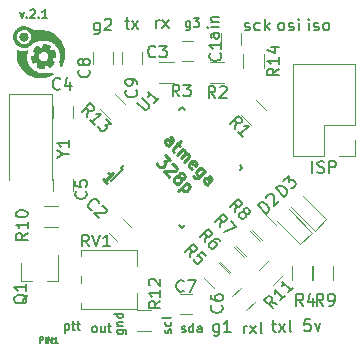
<source format=gbr>
G04 #@! TF.GenerationSoftware,KiCad,Pcbnew,5.0.2-bee76a0~70~ubuntu16.04.1*
G04 #@! TF.CreationDate,2019-03-15T16:40:36-06:00*
G04 #@! TF.ProjectId,AX25_TNC_modemmodule,41583235-5f54-44e4-935f-6d6f64656d6d,rev?*
G04 #@! TF.SameCoordinates,Original*
G04 #@! TF.FileFunction,Legend,Top*
G04 #@! TF.FilePolarity,Positive*
%FSLAX46Y46*%
G04 Gerber Fmt 4.6, Leading zero omitted, Abs format (unit mm)*
G04 Created by KiCad (PCBNEW 5.0.2-bee76a0~70~ubuntu16.04.1) date Fri 15 Mar 2019 04:40:36 PM MDT*
%MOMM*%
%LPD*%
G01*
G04 APERTURE LIST*
%ADD10C,0.127000*%
%ADD11C,0.254000*%
%ADD12C,0.222250*%
%ADD13C,0.177800*%
%ADD14C,0.190500*%
%ADD15C,0.120000*%
%ADD16C,0.150000*%
%ADD17C,0.010000*%
G04 APERTURE END LIST*
D10*
X138684000Y-124499309D02*
X138684000Y-123991309D01*
X138877523Y-123991309D01*
X138925904Y-124015500D01*
X138950095Y-124039690D01*
X138974285Y-124088071D01*
X138974285Y-124160642D01*
X138950095Y-124209023D01*
X138925904Y-124233214D01*
X138877523Y-124257404D01*
X138684000Y-124257404D01*
X139192000Y-124499309D02*
X139192000Y-123991309D01*
X139433904Y-124499309D02*
X139433904Y-123991309D01*
X139724190Y-124499309D01*
X139724190Y-123991309D01*
X140232190Y-124499309D02*
X139941904Y-124499309D01*
X140087047Y-124499309D02*
X140087047Y-123991309D01*
X140038666Y-124063880D01*
X139990285Y-124112261D01*
X139941904Y-124136452D01*
D11*
X149564461Y-107809225D02*
X149940777Y-107432909D01*
X149974987Y-107330278D01*
X149940777Y-107227646D01*
X149803935Y-107090804D01*
X149701303Y-107056594D01*
X149598672Y-107775014D02*
X149496040Y-107740804D01*
X149324988Y-107569751D01*
X149290777Y-107467120D01*
X149324988Y-107364488D01*
X149393409Y-107296067D01*
X149496040Y-107261857D01*
X149598672Y-107296067D01*
X149769724Y-107467120D01*
X149872356Y-107501330D01*
X150282882Y-107569751D02*
X150556566Y-107843435D01*
X150624987Y-107432909D02*
X150009198Y-108048698D01*
X149974987Y-108151330D01*
X150009198Y-108253961D01*
X150077619Y-108322382D01*
X150317092Y-108561856D02*
X150796039Y-108082909D01*
X150727618Y-108151330D02*
X150796039Y-108151330D01*
X150898671Y-108185540D01*
X151001302Y-108288172D01*
X151035513Y-108390803D01*
X151001302Y-108493435D01*
X150624987Y-108869750D01*
X151001302Y-108493435D02*
X151103934Y-108459224D01*
X151206565Y-108493435D01*
X151309197Y-108596066D01*
X151343407Y-108698698D01*
X151309197Y-108801329D01*
X150932881Y-109177644D01*
X151582880Y-109759223D02*
X151480249Y-109725012D01*
X151343407Y-109588170D01*
X151309197Y-109485539D01*
X151343407Y-109382907D01*
X151617091Y-109109223D01*
X151719722Y-109075013D01*
X151822354Y-109109223D01*
X151959196Y-109246065D01*
X151993406Y-109348697D01*
X151959196Y-109451328D01*
X151890775Y-109519749D01*
X151480249Y-109246065D01*
X152677616Y-109964486D02*
X152096038Y-110546064D01*
X151993406Y-110580275D01*
X151924985Y-110580275D01*
X151822354Y-110546064D01*
X151719722Y-110443433D01*
X151685512Y-110340801D01*
X152232880Y-110409222D02*
X152130248Y-110375012D01*
X151993406Y-110238170D01*
X151959196Y-110135538D01*
X151959196Y-110067117D01*
X151993406Y-109964486D01*
X152198669Y-109759223D01*
X152301301Y-109725012D01*
X152369722Y-109725012D01*
X152472353Y-109759223D01*
X152609195Y-109896065D01*
X152643406Y-109998696D01*
X152848669Y-111093432D02*
X153224984Y-110717117D01*
X153259195Y-110614485D01*
X153224984Y-110511854D01*
X153088142Y-110375012D01*
X152985511Y-110340801D01*
X152882879Y-111059222D02*
X152780248Y-111025011D01*
X152609195Y-110853959D01*
X152574985Y-110751327D01*
X152609195Y-110648696D01*
X152677616Y-110580275D01*
X152780248Y-110546064D01*
X152882879Y-110580275D01*
X153053932Y-110751327D01*
X153156563Y-110785538D01*
X149265119Y-108587514D02*
X149709856Y-109032250D01*
X149196698Y-109066461D01*
X149299330Y-109169092D01*
X149333540Y-109271724D01*
X149333540Y-109340145D01*
X149299330Y-109442776D01*
X149128277Y-109613829D01*
X149025646Y-109648039D01*
X148957225Y-109648039D01*
X148854593Y-109613829D01*
X148649330Y-109408566D01*
X148615120Y-109305934D01*
X148615120Y-109237513D01*
X149915119Y-109374355D02*
X149983540Y-109374355D01*
X150086171Y-109408566D01*
X150257223Y-109579618D01*
X150291434Y-109682250D01*
X150291434Y-109750671D01*
X150257223Y-109853302D01*
X150188802Y-109921723D01*
X150051961Y-109990144D01*
X149230909Y-109990144D01*
X149675645Y-110434880D01*
X150496697Y-110434880D02*
X150462486Y-110332249D01*
X150462486Y-110263828D01*
X150496697Y-110161197D01*
X150530907Y-110126986D01*
X150633539Y-110092776D01*
X150701960Y-110092776D01*
X150804591Y-110126986D01*
X150941433Y-110263828D01*
X150975644Y-110366459D01*
X150975644Y-110434880D01*
X150941433Y-110537512D01*
X150907223Y-110571722D01*
X150804591Y-110605933D01*
X150736170Y-110605933D01*
X150633539Y-110571722D01*
X150496697Y-110434880D01*
X150394065Y-110400670D01*
X150325644Y-110400670D01*
X150223013Y-110434880D01*
X150086171Y-110571722D01*
X150051961Y-110674354D01*
X150051961Y-110742775D01*
X150086171Y-110845406D01*
X150223013Y-110982248D01*
X150325644Y-111016459D01*
X150394065Y-111016459D01*
X150496697Y-110982248D01*
X150633539Y-110845406D01*
X150667749Y-110742775D01*
X150667749Y-110674354D01*
X150633539Y-110571722D01*
X151146696Y-110948038D02*
X150428276Y-111666458D01*
X151112486Y-110982248D02*
X151215117Y-111016459D01*
X151351959Y-111153301D01*
X151386170Y-111255932D01*
X151386170Y-111324353D01*
X151351959Y-111426985D01*
X151146696Y-111632248D01*
X151044065Y-111666458D01*
X150975644Y-111666458D01*
X150873012Y-111632248D01*
X150736170Y-111495406D01*
X150701960Y-111392774D01*
D12*
X144421230Y-110953979D02*
X144062020Y-110594769D01*
X144241625Y-110774374D02*
X144870243Y-110145756D01*
X144720572Y-110175691D01*
X144600835Y-110175691D01*
X144511032Y-110145756D01*
D13*
X136990666Y-96507300D02*
X137160000Y-96981433D01*
X137329333Y-96507300D01*
X137600266Y-96913700D02*
X137634133Y-96947566D01*
X137600266Y-96981433D01*
X137566400Y-96947566D01*
X137600266Y-96913700D01*
X137600266Y-96981433D01*
X137905066Y-96337966D02*
X137938933Y-96304100D01*
X138006666Y-96270233D01*
X138176000Y-96270233D01*
X138243733Y-96304100D01*
X138277600Y-96337966D01*
X138311466Y-96405700D01*
X138311466Y-96473433D01*
X138277600Y-96575033D01*
X137871200Y-96981433D01*
X138311466Y-96981433D01*
X138616266Y-96913700D02*
X138650133Y-96947566D01*
X138616266Y-96981433D01*
X138582400Y-96947566D01*
X138616266Y-96913700D01*
X138616266Y-96981433D01*
X139327466Y-96981433D02*
X138921066Y-96981433D01*
X139124266Y-96981433D02*
X139124266Y-96270233D01*
X139056533Y-96371833D01*
X138988800Y-96439566D01*
X138921066Y-96473433D01*
D14*
X151438428Y-97245714D02*
X151438428Y-97862571D01*
X151402142Y-97935142D01*
X151365857Y-97971428D01*
X151293285Y-98007714D01*
X151184428Y-98007714D01*
X151111857Y-97971428D01*
X151438428Y-97717428D02*
X151365857Y-97753714D01*
X151220714Y-97753714D01*
X151148142Y-97717428D01*
X151111857Y-97681142D01*
X151075571Y-97608571D01*
X151075571Y-97390857D01*
X151111857Y-97318285D01*
X151148142Y-97282000D01*
X151220714Y-97245714D01*
X151365857Y-97245714D01*
X151438428Y-97282000D01*
X151728714Y-96991714D02*
X152200428Y-96991714D01*
X151946428Y-97282000D01*
X152055285Y-97282000D01*
X152127857Y-97318285D01*
X152164142Y-97354571D01*
X152200428Y-97427142D01*
X152200428Y-97608571D01*
X152164142Y-97681142D01*
X152127857Y-97717428D01*
X152055285Y-97753714D01*
X151837571Y-97753714D01*
X151765000Y-97717428D01*
X151728714Y-97681142D01*
D15*
G04 #@! TO.C,ISP*
X165350500Y-100905000D02*
X160150500Y-100905000D01*
X165350500Y-106045000D02*
X165350500Y-100905000D01*
X160150500Y-108645000D02*
X160150500Y-100905000D01*
X165350500Y-106045000D02*
X162750500Y-106045000D01*
X162750500Y-106045000D02*
X162750500Y-108645000D01*
X162750500Y-108645000D02*
X160150500Y-108645000D01*
X165350500Y-107315000D02*
X165350500Y-108645000D01*
X165350500Y-108645000D02*
X164020500Y-108645000D01*
G04 #@! TO.C,Y1*
X136122000Y-103406500D02*
X136122000Y-110731500D01*
X139722000Y-103406500D02*
X136122000Y-103406500D01*
X139722000Y-110731500D02*
X139722000Y-103406500D01*
G04 #@! TO.C,Q1*
X137106500Y-119235000D02*
X138036500Y-119235000D01*
X140266500Y-119235000D02*
X139336500Y-119235000D01*
X140266500Y-119235000D02*
X140266500Y-117075000D01*
X137106500Y-119235000D02*
X137106500Y-117775000D01*
G04 #@! TO.C,RV1*
X146917500Y-121593000D02*
X142197500Y-121593000D01*
X146917500Y-116673000D02*
X142197500Y-116673000D01*
X146917500Y-121593000D02*
X146917500Y-120313000D01*
X146917500Y-117953000D02*
X146917500Y-116673000D01*
X142197500Y-121593000D02*
X142197500Y-121113000D01*
X142197500Y-119453000D02*
X142197500Y-118813000D01*
X142197500Y-117153000D02*
X142197500Y-116673000D01*
X146917500Y-121213000D02*
X146917500Y-121213000D01*
X146917500Y-121213000D02*
X146917500Y-120313000D01*
X146917500Y-121213000D02*
X146917500Y-120313000D01*
G04 #@! TO.C,R12*
X148108000Y-123498500D02*
X146908000Y-123498500D01*
X146908000Y-121738500D02*
X148108000Y-121738500D01*
G04 #@! TO.C,R10*
X139033999Y-112912000D02*
X140233999Y-112912000D01*
X140233999Y-114672000D02*
X139033999Y-114672000D01*
G04 #@! TO.C,C1*
X154026500Y-98258500D02*
X154026500Y-99258500D01*
X155726500Y-99258500D02*
X155726500Y-98258500D01*
G04 #@! TO.C,C2*
X144515299Y-115173880D02*
X145222406Y-115880987D01*
X146424487Y-114678906D02*
X145717380Y-113971799D01*
G04 #@! TO.C,C3*
X151709500Y-98972000D02*
X150709500Y-98972000D01*
X150709500Y-100672000D02*
X151709500Y-100672000D01*
G04 #@! TO.C,C4*
X139802499Y-104481500D02*
X139802499Y-105481500D01*
X141502499Y-105481500D02*
X141502499Y-104481500D01*
G04 #@! TO.C,C5*
X139802500Y-110609000D02*
X139802500Y-111609000D01*
X141502500Y-111609000D02*
X141502500Y-110609000D01*
G04 #@! TO.C,C6*
X156194880Y-121740201D02*
X156901987Y-121033094D01*
X155699906Y-119831013D02*
X154992799Y-120538120D01*
G04 #@! TO.C,C7*
X151550500Y-120371500D02*
X150550500Y-120371500D01*
X150550500Y-122071500D02*
X151550500Y-122071500D01*
G04 #@! TO.C,C8*
X144868000Y-100909500D02*
X144868000Y-99909500D01*
X143168000Y-99909500D02*
X143168000Y-100909500D01*
G04 #@! TO.C,C9*
X145644500Y-99909500D02*
X145644500Y-100909500D01*
X147344500Y-100909500D02*
X147344500Y-99909500D01*
G04 #@! TO.C,D2*
X160750134Y-116147084D02*
X161740084Y-115157134D01*
X161740084Y-115157134D02*
X159760185Y-113177235D01*
X160750134Y-116147084D02*
X158770235Y-114167185D01*
G04 #@! TO.C,D3*
X161956634Y-115004084D02*
X159976735Y-113024185D01*
X162946584Y-114014134D02*
X160966685Y-112034235D01*
X161956634Y-115004084D02*
X162946584Y-114014134D01*
G04 #@! TO.C,R1*
X156610259Y-106038767D02*
X155761731Y-105190239D01*
X157006239Y-103945731D02*
X157854767Y-104794259D01*
G04 #@! TO.C,R2*
X154331000Y-102480000D02*
X153131000Y-102480000D01*
X153131000Y-100720000D02*
X154331000Y-100720000D01*
G04 #@! TO.C,R3*
X148818000Y-100720000D02*
X150018000Y-100720000D01*
X150018000Y-102480000D02*
X148818000Y-102480000D01*
G04 #@! TO.C,R4*
X161789000Y-118018000D02*
X161789000Y-119218000D01*
X160029000Y-119218000D02*
X160029000Y-118018000D01*
G04 #@! TO.C,R5*
X153832216Y-117724339D02*
X154680744Y-118572867D01*
X153436236Y-119817375D02*
X152587708Y-118968847D01*
G04 #@! TO.C,R6*
X154783274Y-118470336D02*
X153934746Y-117621808D01*
X155179254Y-116377300D02*
X156027782Y-117225828D01*
G04 #@! TO.C,R7*
X156526293Y-115030262D02*
X157374821Y-115878790D01*
X156130313Y-117123298D02*
X155281785Y-116274770D01*
G04 #@! TO.C,R8*
X157873331Y-113683223D02*
X158721859Y-114531751D01*
X157477351Y-115776259D02*
X156628823Y-114927731D01*
G04 #@! TO.C,R9*
X161743500Y-119215500D02*
X161743500Y-118015500D01*
X163503500Y-118015500D02*
X163503500Y-119215500D01*
G04 #@! TO.C,R11*
X157222231Y-118329761D02*
X158070759Y-117481233D01*
X159315267Y-118725741D02*
X158466739Y-119574269D01*
G04 #@! TO.C,R13*
X144682261Y-105540769D02*
X143833733Y-104692241D01*
X145078241Y-103447733D02*
X145926769Y-104296261D01*
D16*
G04 #@! TO.C,U1*
X145596893Y-109661010D02*
X145755992Y-109820109D01*
X150723417Y-104534486D02*
X150953227Y-104764296D01*
X155849941Y-109661010D02*
X155620131Y-109431200D01*
X150723417Y-114787534D02*
X150493607Y-114557724D01*
X145596893Y-109661010D02*
X145826703Y-109431200D01*
X150723417Y-114787534D02*
X150953227Y-114557724D01*
X155849941Y-109661010D02*
X155620131Y-109890820D01*
X150723417Y-104534486D02*
X150493607Y-104764296D01*
X145755992Y-109820109D02*
X144748365Y-110827736D01*
D15*
G04 #@! TO.C,R14*
X155901500Y-101247500D02*
X155901500Y-100047500D01*
X157661500Y-100047500D02*
X157661500Y-101247500D01*
D17*
G04 #@! TO.C,G\002A\002A\002A*
G36*
X136727159Y-97926686D02*
X136781854Y-97878628D01*
X136833946Y-97839360D01*
X136839836Y-97835429D01*
X136944611Y-97776397D01*
X137054457Y-97733004D01*
X137167985Y-97705238D01*
X137283809Y-97693081D01*
X137400542Y-97696522D01*
X137516798Y-97715546D01*
X137631189Y-97750137D01*
X137742329Y-97800283D01*
X137818858Y-97845552D01*
X137861833Y-97871359D01*
X137914873Y-97899736D01*
X137972380Y-97927969D01*
X138028752Y-97953349D01*
X138078389Y-97973163D01*
X138092615Y-97978111D01*
X138133826Y-97990886D01*
X138172675Y-98000755D01*
X138211780Y-98007886D01*
X138253753Y-98012446D01*
X138301213Y-98014606D01*
X138356776Y-98014535D01*
X138423056Y-98012398D01*
X138502671Y-98008370D01*
X138533632Y-98006576D01*
X138628640Y-98001681D01*
X138710839Y-97999249D01*
X138784187Y-97999385D01*
X138852647Y-98002190D01*
X138920174Y-98007768D01*
X138990730Y-98016220D01*
X139010452Y-98018957D01*
X139196623Y-98053582D01*
X139376073Y-98103482D01*
X139548304Y-98168454D01*
X139712822Y-98248303D01*
X139869131Y-98342832D01*
X139931433Y-98386297D01*
X139958154Y-98406356D01*
X139985169Y-98428167D01*
X140014370Y-98453466D01*
X140047649Y-98483991D01*
X140086898Y-98521478D01*
X140134008Y-98567663D01*
X140190871Y-98624283D01*
X140193029Y-98626443D01*
X140253439Y-98687302D01*
X140303408Y-98738872D01*
X140344751Y-98783551D01*
X140379284Y-98823736D01*
X140408822Y-98861822D01*
X140435177Y-98900208D01*
X140460167Y-98941291D01*
X140485605Y-98987467D01*
X140513307Y-99041133D01*
X140525798Y-99065976D01*
X140603812Y-99240357D01*
X140665635Y-99418854D01*
X140711209Y-99600581D01*
X140740478Y-99784656D01*
X140753385Y-99970193D01*
X140749873Y-100156307D01*
X140729886Y-100342112D01*
X140693368Y-100526723D01*
X140640261Y-100709258D01*
X140632491Y-100731780D01*
X140612854Y-100783950D01*
X140589339Y-100840502D01*
X140563682Y-100897763D01*
X140537616Y-100952060D01*
X140512877Y-100999716D01*
X140491200Y-101037060D01*
X140481523Y-101051444D01*
X140459063Y-101082258D01*
X140451961Y-101048533D01*
X140446354Y-101025230D01*
X140437381Y-100991510D01*
X140426603Y-100953154D01*
X140421668Y-100936224D01*
X140401764Y-100868275D01*
X140386136Y-100812223D01*
X140374508Y-100764756D01*
X140366603Y-100722562D01*
X140362147Y-100682330D01*
X140360864Y-100640747D01*
X140362478Y-100594503D01*
X140366715Y-100540287D01*
X140373296Y-100474785D01*
X140378917Y-100422604D01*
X140390866Y-100283842D01*
X140394650Y-100157819D01*
X140389720Y-100042146D01*
X140375522Y-99934435D01*
X140351505Y-99832297D01*
X140317118Y-99733345D01*
X140271810Y-99635191D01*
X140215027Y-99535447D01*
X140151921Y-99439853D01*
X140110511Y-99385035D01*
X140059673Y-99324811D01*
X140002504Y-99262326D01*
X139942108Y-99200727D01*
X139881580Y-99143160D01*
X139824023Y-99092768D01*
X139772533Y-99052699D01*
X139765636Y-99047850D01*
X139644810Y-98971452D01*
X139525982Y-98911169D01*
X139407644Y-98866543D01*
X139288287Y-98837123D01*
X139166405Y-98822456D01*
X139040491Y-98822087D01*
X139019535Y-98823347D01*
X138875001Y-98834549D01*
X138745758Y-98847552D01*
X138630211Y-98862879D01*
X138526767Y-98881052D01*
X138433830Y-98902591D01*
X138349807Y-98928021D01*
X138273103Y-98957864D01*
X138202124Y-98992640D01*
X138135275Y-99032874D01*
X138070963Y-99079085D01*
X138007592Y-99131799D01*
X137968463Y-99167609D01*
X137900246Y-99229678D01*
X137838678Y-99280109D01*
X137780464Y-99320976D01*
X137722313Y-99354347D01*
X137660933Y-99382297D01*
X137593031Y-99406894D01*
X137583023Y-99410123D01*
X137467553Y-99438317D01*
X137351217Y-99450306D01*
X137235530Y-99446651D01*
X137122002Y-99427913D01*
X137012153Y-99394651D01*
X136907494Y-99347428D01*
X136809540Y-99286802D01*
X136719805Y-99213335D01*
X136691389Y-99182879D01*
X136855968Y-99018300D01*
X136906046Y-99065551D01*
X136955815Y-99104888D01*
X136980528Y-99121012D01*
X137074835Y-99167882D01*
X137172815Y-99198919D01*
X137272806Y-99214203D01*
X137373147Y-99213814D01*
X137472176Y-99197828D01*
X137568232Y-99166326D01*
X137659653Y-99119386D01*
X137708147Y-99086431D01*
X137743211Y-99059365D01*
X137770032Y-99035713D01*
X137793977Y-99010127D01*
X137820414Y-98977259D01*
X137828942Y-98966091D01*
X137886653Y-98876631D01*
X137928722Y-98781958D01*
X137955048Y-98683578D01*
X137965535Y-98582993D01*
X137960084Y-98481705D01*
X137938597Y-98381218D01*
X137900976Y-98283034D01*
X137876581Y-98236148D01*
X137850369Y-98197494D01*
X137813890Y-98153690D01*
X137771137Y-98108727D01*
X137726097Y-98066595D01*
X137682761Y-98031282D01*
X137649774Y-98009341D01*
X137553772Y-97963935D01*
X137454584Y-97934376D01*
X137353827Y-97920599D01*
X137253120Y-97922539D01*
X137154080Y-97940134D01*
X137058324Y-97973316D01*
X136967471Y-98022022D01*
X136944538Y-98037441D01*
X136898890Y-98071111D01*
X136863038Y-98101973D01*
X136831772Y-98135072D01*
X136799886Y-98175453D01*
X136794427Y-98182859D01*
X136739891Y-98271231D01*
X136700792Y-98365288D01*
X136677248Y-98463499D01*
X136669376Y-98564338D01*
X136677294Y-98666276D01*
X136701119Y-98767783D01*
X136740967Y-98867334D01*
X136741830Y-98869093D01*
X136770066Y-98916066D01*
X136809377Y-98967136D01*
X136855968Y-99018300D01*
X136691389Y-99182879D01*
X136639805Y-99127588D01*
X136575385Y-99037177D01*
X136518246Y-98929548D01*
X136476952Y-98817427D01*
X136451479Y-98702236D01*
X136441804Y-98585395D01*
X136447903Y-98468328D01*
X136469754Y-98352456D01*
X136507335Y-98239202D01*
X136560621Y-98129988D01*
X136590831Y-98080842D01*
X136627308Y-98032070D01*
X136674196Y-97979259D01*
X136727159Y-97926686D01*
X136727159Y-97926686D01*
G37*
X136727159Y-97926686D02*
X136781854Y-97878628D01*
X136833946Y-97839360D01*
X136839836Y-97835429D01*
X136944611Y-97776397D01*
X137054457Y-97733004D01*
X137167985Y-97705238D01*
X137283809Y-97693081D01*
X137400542Y-97696522D01*
X137516798Y-97715546D01*
X137631189Y-97750137D01*
X137742329Y-97800283D01*
X137818858Y-97845552D01*
X137861833Y-97871359D01*
X137914873Y-97899736D01*
X137972380Y-97927969D01*
X138028752Y-97953349D01*
X138078389Y-97973163D01*
X138092615Y-97978111D01*
X138133826Y-97990886D01*
X138172675Y-98000755D01*
X138211780Y-98007886D01*
X138253753Y-98012446D01*
X138301213Y-98014606D01*
X138356776Y-98014535D01*
X138423056Y-98012398D01*
X138502671Y-98008370D01*
X138533632Y-98006576D01*
X138628640Y-98001681D01*
X138710839Y-97999249D01*
X138784187Y-97999385D01*
X138852647Y-98002190D01*
X138920174Y-98007768D01*
X138990730Y-98016220D01*
X139010452Y-98018957D01*
X139196623Y-98053582D01*
X139376073Y-98103482D01*
X139548304Y-98168454D01*
X139712822Y-98248303D01*
X139869131Y-98342832D01*
X139931433Y-98386297D01*
X139958154Y-98406356D01*
X139985169Y-98428167D01*
X140014370Y-98453466D01*
X140047649Y-98483991D01*
X140086898Y-98521478D01*
X140134008Y-98567663D01*
X140190871Y-98624283D01*
X140193029Y-98626443D01*
X140253439Y-98687302D01*
X140303408Y-98738872D01*
X140344751Y-98783551D01*
X140379284Y-98823736D01*
X140408822Y-98861822D01*
X140435177Y-98900208D01*
X140460167Y-98941291D01*
X140485605Y-98987467D01*
X140513307Y-99041133D01*
X140525798Y-99065976D01*
X140603812Y-99240357D01*
X140665635Y-99418854D01*
X140711209Y-99600581D01*
X140740478Y-99784656D01*
X140753385Y-99970193D01*
X140749873Y-100156307D01*
X140729886Y-100342112D01*
X140693368Y-100526723D01*
X140640261Y-100709258D01*
X140632491Y-100731780D01*
X140612854Y-100783950D01*
X140589339Y-100840502D01*
X140563682Y-100897763D01*
X140537616Y-100952060D01*
X140512877Y-100999716D01*
X140491200Y-101037060D01*
X140481523Y-101051444D01*
X140459063Y-101082258D01*
X140451961Y-101048533D01*
X140446354Y-101025230D01*
X140437381Y-100991510D01*
X140426603Y-100953154D01*
X140421668Y-100936224D01*
X140401764Y-100868275D01*
X140386136Y-100812223D01*
X140374508Y-100764756D01*
X140366603Y-100722562D01*
X140362147Y-100682330D01*
X140360864Y-100640747D01*
X140362478Y-100594503D01*
X140366715Y-100540287D01*
X140373296Y-100474785D01*
X140378917Y-100422604D01*
X140390866Y-100283842D01*
X140394650Y-100157819D01*
X140389720Y-100042146D01*
X140375522Y-99934435D01*
X140351505Y-99832297D01*
X140317118Y-99733345D01*
X140271810Y-99635191D01*
X140215027Y-99535447D01*
X140151921Y-99439853D01*
X140110511Y-99385035D01*
X140059673Y-99324811D01*
X140002504Y-99262326D01*
X139942108Y-99200727D01*
X139881580Y-99143160D01*
X139824023Y-99092768D01*
X139772533Y-99052699D01*
X139765636Y-99047850D01*
X139644810Y-98971452D01*
X139525982Y-98911169D01*
X139407644Y-98866543D01*
X139288287Y-98837123D01*
X139166405Y-98822456D01*
X139040491Y-98822087D01*
X139019535Y-98823347D01*
X138875001Y-98834549D01*
X138745758Y-98847552D01*
X138630211Y-98862879D01*
X138526767Y-98881052D01*
X138433830Y-98902591D01*
X138349807Y-98928021D01*
X138273103Y-98957864D01*
X138202124Y-98992640D01*
X138135275Y-99032874D01*
X138070963Y-99079085D01*
X138007592Y-99131799D01*
X137968463Y-99167609D01*
X137900246Y-99229678D01*
X137838678Y-99280109D01*
X137780464Y-99320976D01*
X137722313Y-99354347D01*
X137660933Y-99382297D01*
X137593031Y-99406894D01*
X137583023Y-99410123D01*
X137467553Y-99438317D01*
X137351217Y-99450306D01*
X137235530Y-99446651D01*
X137122002Y-99427913D01*
X137012153Y-99394651D01*
X136907494Y-99347428D01*
X136809540Y-99286802D01*
X136719805Y-99213335D01*
X136691389Y-99182879D01*
X136855968Y-99018300D01*
X136906046Y-99065551D01*
X136955815Y-99104888D01*
X136980528Y-99121012D01*
X137074835Y-99167882D01*
X137172815Y-99198919D01*
X137272806Y-99214203D01*
X137373147Y-99213814D01*
X137472176Y-99197828D01*
X137568232Y-99166326D01*
X137659653Y-99119386D01*
X137708147Y-99086431D01*
X137743211Y-99059365D01*
X137770032Y-99035713D01*
X137793977Y-99010127D01*
X137820414Y-98977259D01*
X137828942Y-98966091D01*
X137886653Y-98876631D01*
X137928722Y-98781958D01*
X137955048Y-98683578D01*
X137965535Y-98582993D01*
X137960084Y-98481705D01*
X137938597Y-98381218D01*
X137900976Y-98283034D01*
X137876581Y-98236148D01*
X137850369Y-98197494D01*
X137813890Y-98153690D01*
X137771137Y-98108727D01*
X137726097Y-98066595D01*
X137682761Y-98031282D01*
X137649774Y-98009341D01*
X137553772Y-97963935D01*
X137454584Y-97934376D01*
X137353827Y-97920599D01*
X137253120Y-97922539D01*
X137154080Y-97940134D01*
X137058324Y-97973316D01*
X136967471Y-98022022D01*
X136944538Y-98037441D01*
X136898890Y-98071111D01*
X136863038Y-98101973D01*
X136831772Y-98135072D01*
X136799886Y-98175453D01*
X136794427Y-98182859D01*
X136739891Y-98271231D01*
X136700792Y-98365288D01*
X136677248Y-98463499D01*
X136669376Y-98564338D01*
X136677294Y-98666276D01*
X136701119Y-98767783D01*
X136740967Y-98867334D01*
X136741830Y-98869093D01*
X136770066Y-98916066D01*
X136809377Y-98967136D01*
X136855968Y-99018300D01*
X136691389Y-99182879D01*
X136639805Y-99127588D01*
X136575385Y-99037177D01*
X136518246Y-98929548D01*
X136476952Y-98817427D01*
X136451479Y-98702236D01*
X136441804Y-98585395D01*
X136447903Y-98468328D01*
X136469754Y-98352456D01*
X136507335Y-98239202D01*
X136560621Y-98129988D01*
X136590831Y-98080842D01*
X136627308Y-98032070D01*
X136674196Y-97979259D01*
X136727159Y-97926686D01*
G36*
X136757206Y-99705850D02*
X136776481Y-99706937D01*
X136806970Y-99716999D01*
X136824087Y-99723554D01*
X136852157Y-99733118D01*
X136892065Y-99744992D01*
X136939110Y-99757855D01*
X136988589Y-99770390D01*
X137003908Y-99774053D01*
X137126244Y-99795535D01*
X137249814Y-99803230D01*
X137371369Y-99797209D01*
X137487656Y-99777541D01*
X137543603Y-99762367D01*
X137606204Y-99743008D01*
X137606826Y-99782885D01*
X137605645Y-99806420D01*
X137601972Y-99842003D01*
X137596357Y-99885022D01*
X137589355Y-99930865D01*
X137588457Y-99936278D01*
X137568378Y-100071324D01*
X137554895Y-100196429D01*
X137548052Y-100310421D01*
X137547896Y-100412133D01*
X137554475Y-100500393D01*
X137563895Y-100557242D01*
X137600110Y-100685990D01*
X137652417Y-100813054D01*
X137719977Y-100937043D01*
X137801955Y-101056569D01*
X137897510Y-101170246D01*
X137989046Y-101261478D01*
X138106880Y-101362200D01*
X138225129Y-101448094D01*
X138343046Y-101518733D01*
X138459889Y-101573686D01*
X138574912Y-101612524D01*
X138614643Y-101622238D01*
X138702218Y-101638168D01*
X138792508Y-101647668D01*
X138888521Y-101650801D01*
X138993269Y-101647632D01*
X139109759Y-101638222D01*
X139152447Y-101633628D01*
X139228037Y-101625290D01*
X139289994Y-101619364D01*
X139341471Y-101616040D01*
X139385622Y-101615513D01*
X139425601Y-101617978D01*
X139464562Y-101623628D01*
X139505659Y-101632656D01*
X139552046Y-101645256D01*
X139606562Y-101661528D01*
X139649978Y-101674380D01*
X139693526Y-101686636D01*
X139731098Y-101696607D01*
X139749777Y-101701143D01*
X139782427Y-101708581D01*
X139799703Y-101714099D01*
X139802591Y-101720150D01*
X139792077Y-101729182D01*
X139769148Y-101743645D01*
X139767341Y-101744775D01*
X139672202Y-101797871D01*
X139563607Y-101847091D01*
X139444784Y-101891457D01*
X139318961Y-101929987D01*
X139189367Y-101961704D01*
X139059230Y-101985626D01*
X138931776Y-102000778D01*
X138920626Y-102001671D01*
X138747226Y-102009081D01*
X138581739Y-102003582D01*
X138420612Y-101984721D01*
X138260289Y-101952048D01*
X138097215Y-101905111D01*
X138058789Y-101892196D01*
X137940692Y-101848812D01*
X137835832Y-101804237D01*
X137740525Y-101756597D01*
X137651089Y-101704021D01*
X137563842Y-101644634D01*
X137545314Y-101631019D01*
X137508838Y-101601530D01*
X137463986Y-101561558D01*
X137413221Y-101513638D01*
X137359007Y-101460296D01*
X137303805Y-101404063D01*
X137250081Y-101347469D01*
X137200295Y-101293044D01*
X137156912Y-101243316D01*
X137122394Y-101200816D01*
X137109368Y-101183263D01*
X137007885Y-101025796D01*
X136921305Y-100860422D01*
X136849883Y-100687731D01*
X136793877Y-100508316D01*
X136767033Y-100394085D01*
X136744062Y-100254879D01*
X136730315Y-100107687D01*
X136726119Y-99958928D01*
X136731804Y-99815026D01*
X136735427Y-99774332D01*
X136739804Y-99737757D01*
X136746022Y-99715527D01*
X136757206Y-99705850D01*
X136757206Y-99705850D01*
G37*
X136757206Y-99705850D02*
X136776481Y-99706937D01*
X136806970Y-99716999D01*
X136824087Y-99723554D01*
X136852157Y-99733118D01*
X136892065Y-99744992D01*
X136939110Y-99757855D01*
X136988589Y-99770390D01*
X137003908Y-99774053D01*
X137126244Y-99795535D01*
X137249814Y-99803230D01*
X137371369Y-99797209D01*
X137487656Y-99777541D01*
X137543603Y-99762367D01*
X137606204Y-99743008D01*
X137606826Y-99782885D01*
X137605645Y-99806420D01*
X137601972Y-99842003D01*
X137596357Y-99885022D01*
X137589355Y-99930865D01*
X137588457Y-99936278D01*
X137568378Y-100071324D01*
X137554895Y-100196429D01*
X137548052Y-100310421D01*
X137547896Y-100412133D01*
X137554475Y-100500393D01*
X137563895Y-100557242D01*
X137600110Y-100685990D01*
X137652417Y-100813054D01*
X137719977Y-100937043D01*
X137801955Y-101056569D01*
X137897510Y-101170246D01*
X137989046Y-101261478D01*
X138106880Y-101362200D01*
X138225129Y-101448094D01*
X138343046Y-101518733D01*
X138459889Y-101573686D01*
X138574912Y-101612524D01*
X138614643Y-101622238D01*
X138702218Y-101638168D01*
X138792508Y-101647668D01*
X138888521Y-101650801D01*
X138993269Y-101647632D01*
X139109759Y-101638222D01*
X139152447Y-101633628D01*
X139228037Y-101625290D01*
X139289994Y-101619364D01*
X139341471Y-101616040D01*
X139385622Y-101615513D01*
X139425601Y-101617978D01*
X139464562Y-101623628D01*
X139505659Y-101632656D01*
X139552046Y-101645256D01*
X139606562Y-101661528D01*
X139649978Y-101674380D01*
X139693526Y-101686636D01*
X139731098Y-101696607D01*
X139749777Y-101701143D01*
X139782427Y-101708581D01*
X139799703Y-101714099D01*
X139802591Y-101720150D01*
X139792077Y-101729182D01*
X139769148Y-101743645D01*
X139767341Y-101744775D01*
X139672202Y-101797871D01*
X139563607Y-101847091D01*
X139444784Y-101891457D01*
X139318961Y-101929987D01*
X139189367Y-101961704D01*
X139059230Y-101985626D01*
X138931776Y-102000778D01*
X138920626Y-102001671D01*
X138747226Y-102009081D01*
X138581739Y-102003582D01*
X138420612Y-101984721D01*
X138260289Y-101952048D01*
X138097215Y-101905111D01*
X138058789Y-101892196D01*
X137940692Y-101848812D01*
X137835832Y-101804237D01*
X137740525Y-101756597D01*
X137651089Y-101704021D01*
X137563842Y-101644634D01*
X137545314Y-101631019D01*
X137508838Y-101601530D01*
X137463986Y-101561558D01*
X137413221Y-101513638D01*
X137359007Y-101460296D01*
X137303805Y-101404063D01*
X137250081Y-101347469D01*
X137200295Y-101293044D01*
X137156912Y-101243316D01*
X137122394Y-101200816D01*
X137109368Y-101183263D01*
X137007885Y-101025796D01*
X136921305Y-100860422D01*
X136849883Y-100687731D01*
X136793877Y-100508316D01*
X136767033Y-100394085D01*
X136744062Y-100254879D01*
X136730315Y-100107687D01*
X136726119Y-99958928D01*
X136731804Y-99815026D01*
X136735427Y-99774332D01*
X136739804Y-99737757D01*
X136746022Y-99715527D01*
X136757206Y-99705850D01*
G36*
X138388085Y-99400816D02*
X138450628Y-99358279D01*
X138501839Y-99325938D01*
X138601267Y-99431996D01*
X138700695Y-99538055D01*
X138728476Y-99525008D01*
X138750207Y-99517011D01*
X138782279Y-99507786D01*
X138818371Y-99499123D01*
X138824510Y-99497824D01*
X138856591Y-99490753D01*
X138881837Y-99484394D01*
X138896002Y-99479842D01*
X138897465Y-99478982D01*
X138900855Y-99469528D01*
X138907189Y-99446436D01*
X138915730Y-99412597D01*
X138925738Y-99370902D01*
X138932585Y-99341381D01*
X138943220Y-99296365D01*
X138953019Y-99257559D01*
X138961216Y-99227795D01*
X138967045Y-99209905D01*
X138969197Y-99205986D01*
X138981927Y-99204805D01*
X139007256Y-99205127D01*
X139040945Y-99206688D01*
X139078751Y-99209220D01*
X139116437Y-99212460D01*
X139149760Y-99216142D01*
X139164246Y-99218188D01*
X139220062Y-99229785D01*
X139282952Y-99247433D01*
X139348125Y-99269395D01*
X139410788Y-99293930D01*
X139466150Y-99319301D01*
X139508288Y-99343031D01*
X139531209Y-99357941D01*
X139491293Y-99495351D01*
X139451376Y-99632759D01*
X139524550Y-99704882D01*
X139597723Y-99777003D01*
X139727409Y-99737881D01*
X139771949Y-99724599D01*
X139810935Y-99713264D01*
X139841425Y-99704707D01*
X139860478Y-99699763D01*
X139865253Y-99698875D01*
X139873634Y-99706327D01*
X139886658Y-99726469D01*
X139902813Y-99756213D01*
X139920587Y-99792473D01*
X139938467Y-99832165D01*
X139954940Y-99872200D01*
X139968496Y-99909494D01*
X139968587Y-99909767D01*
X139987495Y-99975918D01*
X140002955Y-100047945D01*
X140013884Y-100119543D01*
X140019193Y-100184402D01*
X140019516Y-100205369D01*
X140019082Y-100262644D01*
X139882782Y-100296435D01*
X139837227Y-100307863D01*
X139797757Y-100318018D01*
X139767161Y-100326163D01*
X139748227Y-100331560D01*
X139743382Y-100333328D01*
X139740185Y-100342734D01*
X139735429Y-100363360D01*
X139732419Y-100378619D01*
X139725262Y-100410277D01*
X139714952Y-100448153D01*
X139706711Y-100474804D01*
X139688864Y-100528800D01*
X139790213Y-100623388D01*
X139824278Y-100655649D01*
X139853568Y-100684274D01*
X139875982Y-100707143D01*
X139889426Y-100722132D01*
X139892372Y-100726732D01*
X139888011Y-100738761D01*
X139875246Y-100761013D01*
X139856188Y-100790443D01*
X139832952Y-100824003D01*
X139807652Y-100858649D01*
X139782401Y-100891334D01*
X139759313Y-100919011D01*
X139757657Y-100920881D01*
X139728015Y-100952017D01*
X139692335Y-100986469D01*
X139657952Y-101017170D01*
X139655446Y-101019279D01*
X139619581Y-101047811D01*
X139578954Y-101077916D01*
X139541973Y-101103381D01*
X139539773Y-101104808D01*
X139481169Y-101142586D01*
X139385486Y-101038597D01*
X139289802Y-100934608D01*
X139223121Y-100956413D01*
X139186926Y-100967456D01*
X139152325Y-100976676D01*
X139125967Y-100982325D01*
X139122896Y-100982788D01*
X139100847Y-100986483D01*
X139087274Y-100990053D01*
X139085837Y-100990873D01*
X139082849Y-100999909D01*
X139076871Y-101022601D01*
X139068612Y-101056084D01*
X139058789Y-101097491D01*
X139052113Y-101126372D01*
X139041748Y-101171184D01*
X139032618Y-101209775D01*
X139025408Y-101239313D01*
X139020805Y-101256965D01*
X139019547Y-101260714D01*
X139009842Y-101261978D01*
X138987418Y-101261974D01*
X138956428Y-101260893D01*
X138921021Y-101258926D01*
X138885351Y-101256263D01*
X138853568Y-101253095D01*
X138853399Y-101253075D01*
X138800134Y-101244253D01*
X138740980Y-101230242D01*
X138679544Y-101212303D01*
X138619437Y-101191698D01*
X138564272Y-101169690D01*
X138517656Y-101147541D01*
X138483201Y-101126512D01*
X138476647Y-101121357D01*
X138468893Y-101114156D01*
X138464165Y-101106262D01*
X138462750Y-101094978D01*
X138464940Y-101077606D01*
X138471019Y-101051449D01*
X138481279Y-101013809D01*
X138492288Y-100975022D01*
X138528955Y-100846462D01*
X138452514Y-100769206D01*
X138442028Y-100758609D01*
X138663250Y-100537387D01*
X138722386Y-100590810D01*
X138791076Y-100632607D01*
X138868004Y-100661447D01*
X138951853Y-100676002D01*
X138987602Y-100677531D01*
X139071192Y-100669836D01*
X139151028Y-100646619D01*
X139224878Y-100609144D01*
X139290511Y-100558672D01*
X139345697Y-100496467D01*
X139368251Y-100462080D01*
X139404433Y-100384566D01*
X139424817Y-100303421D01*
X139429523Y-100220786D01*
X139418674Y-100138799D01*
X139392390Y-100059601D01*
X139350794Y-99985332D01*
X139340430Y-99970968D01*
X139283677Y-99908635D01*
X139218529Y-99859780D01*
X139147019Y-99824543D01*
X139071181Y-99803068D01*
X138993048Y-99795491D01*
X138914652Y-99801956D01*
X138838027Y-99822602D01*
X138765204Y-99857571D01*
X138698219Y-99907001D01*
X138679009Y-99925230D01*
X138623765Y-99989555D01*
X138584415Y-100056319D01*
X138559924Y-100127978D01*
X138549251Y-100206991D01*
X138548586Y-100234049D01*
X138556336Y-100320669D01*
X138578908Y-100400987D01*
X138614985Y-100473670D01*
X138663250Y-100537387D01*
X138442028Y-100758609D01*
X138376072Y-100691950D01*
X138247018Y-100731930D01*
X138202879Y-100745117D01*
X138164442Y-100755680D01*
X138134577Y-100762903D01*
X138116153Y-100766070D01*
X138111723Y-100765671D01*
X138101643Y-100750980D01*
X138087272Y-100724137D01*
X138070272Y-100688839D01*
X138052307Y-100648786D01*
X138035038Y-100607677D01*
X138020130Y-100569212D01*
X138009800Y-100538922D01*
X137998778Y-100498278D01*
X137988385Y-100451511D01*
X137979040Y-100401658D01*
X137971155Y-100351759D01*
X137965145Y-100304847D01*
X137961427Y-100263961D01*
X137960415Y-100232138D01*
X137962523Y-100212413D01*
X137964628Y-100208267D01*
X137974133Y-100204697D01*
X137997234Y-100197999D01*
X138031050Y-100188952D01*
X138072701Y-100178336D01*
X138102683Y-100170945D01*
X138235814Y-100138548D01*
X138247168Y-100082308D01*
X138256031Y-100044236D01*
X138267025Y-100004831D01*
X138274807Y-99981084D01*
X138291093Y-99936101D01*
X138188096Y-99838884D01*
X138085099Y-99741667D01*
X138115885Y-99692754D01*
X138194254Y-99583917D01*
X138285092Y-99486500D01*
X138388085Y-99400816D01*
X138388085Y-99400816D01*
G37*
X138388085Y-99400816D02*
X138450628Y-99358279D01*
X138501839Y-99325938D01*
X138601267Y-99431996D01*
X138700695Y-99538055D01*
X138728476Y-99525008D01*
X138750207Y-99517011D01*
X138782279Y-99507786D01*
X138818371Y-99499123D01*
X138824510Y-99497824D01*
X138856591Y-99490753D01*
X138881837Y-99484394D01*
X138896002Y-99479842D01*
X138897465Y-99478982D01*
X138900855Y-99469528D01*
X138907189Y-99446436D01*
X138915730Y-99412597D01*
X138925738Y-99370902D01*
X138932585Y-99341381D01*
X138943220Y-99296365D01*
X138953019Y-99257559D01*
X138961216Y-99227795D01*
X138967045Y-99209905D01*
X138969197Y-99205986D01*
X138981927Y-99204805D01*
X139007256Y-99205127D01*
X139040945Y-99206688D01*
X139078751Y-99209220D01*
X139116437Y-99212460D01*
X139149760Y-99216142D01*
X139164246Y-99218188D01*
X139220062Y-99229785D01*
X139282952Y-99247433D01*
X139348125Y-99269395D01*
X139410788Y-99293930D01*
X139466150Y-99319301D01*
X139508288Y-99343031D01*
X139531209Y-99357941D01*
X139491293Y-99495351D01*
X139451376Y-99632759D01*
X139524550Y-99704882D01*
X139597723Y-99777003D01*
X139727409Y-99737881D01*
X139771949Y-99724599D01*
X139810935Y-99713264D01*
X139841425Y-99704707D01*
X139860478Y-99699763D01*
X139865253Y-99698875D01*
X139873634Y-99706327D01*
X139886658Y-99726469D01*
X139902813Y-99756213D01*
X139920587Y-99792473D01*
X139938467Y-99832165D01*
X139954940Y-99872200D01*
X139968496Y-99909494D01*
X139968587Y-99909767D01*
X139987495Y-99975918D01*
X140002955Y-100047945D01*
X140013884Y-100119543D01*
X140019193Y-100184402D01*
X140019516Y-100205369D01*
X140019082Y-100262644D01*
X139882782Y-100296435D01*
X139837227Y-100307863D01*
X139797757Y-100318018D01*
X139767161Y-100326163D01*
X139748227Y-100331560D01*
X139743382Y-100333328D01*
X139740185Y-100342734D01*
X139735429Y-100363360D01*
X139732419Y-100378619D01*
X139725262Y-100410277D01*
X139714952Y-100448153D01*
X139706711Y-100474804D01*
X139688864Y-100528800D01*
X139790213Y-100623388D01*
X139824278Y-100655649D01*
X139853568Y-100684274D01*
X139875982Y-100707143D01*
X139889426Y-100722132D01*
X139892372Y-100726732D01*
X139888011Y-100738761D01*
X139875246Y-100761013D01*
X139856188Y-100790443D01*
X139832952Y-100824003D01*
X139807652Y-100858649D01*
X139782401Y-100891334D01*
X139759313Y-100919011D01*
X139757657Y-100920881D01*
X139728015Y-100952017D01*
X139692335Y-100986469D01*
X139657952Y-101017170D01*
X139655446Y-101019279D01*
X139619581Y-101047811D01*
X139578954Y-101077916D01*
X139541973Y-101103381D01*
X139539773Y-101104808D01*
X139481169Y-101142586D01*
X139385486Y-101038597D01*
X139289802Y-100934608D01*
X139223121Y-100956413D01*
X139186926Y-100967456D01*
X139152325Y-100976676D01*
X139125967Y-100982325D01*
X139122896Y-100982788D01*
X139100847Y-100986483D01*
X139087274Y-100990053D01*
X139085837Y-100990873D01*
X139082849Y-100999909D01*
X139076871Y-101022601D01*
X139068612Y-101056084D01*
X139058789Y-101097491D01*
X139052113Y-101126372D01*
X139041748Y-101171184D01*
X139032618Y-101209775D01*
X139025408Y-101239313D01*
X139020805Y-101256965D01*
X139019547Y-101260714D01*
X139009842Y-101261978D01*
X138987418Y-101261974D01*
X138956428Y-101260893D01*
X138921021Y-101258926D01*
X138885351Y-101256263D01*
X138853568Y-101253095D01*
X138853399Y-101253075D01*
X138800134Y-101244253D01*
X138740980Y-101230242D01*
X138679544Y-101212303D01*
X138619437Y-101191698D01*
X138564272Y-101169690D01*
X138517656Y-101147541D01*
X138483201Y-101126512D01*
X138476647Y-101121357D01*
X138468893Y-101114156D01*
X138464165Y-101106262D01*
X138462750Y-101094978D01*
X138464940Y-101077606D01*
X138471019Y-101051449D01*
X138481279Y-101013809D01*
X138492288Y-100975022D01*
X138528955Y-100846462D01*
X138452514Y-100769206D01*
X138442028Y-100758609D01*
X138663250Y-100537387D01*
X138722386Y-100590810D01*
X138791076Y-100632607D01*
X138868004Y-100661447D01*
X138951853Y-100676002D01*
X138987602Y-100677531D01*
X139071192Y-100669836D01*
X139151028Y-100646619D01*
X139224878Y-100609144D01*
X139290511Y-100558672D01*
X139345697Y-100496467D01*
X139368251Y-100462080D01*
X139404433Y-100384566D01*
X139424817Y-100303421D01*
X139429523Y-100220786D01*
X139418674Y-100138799D01*
X139392390Y-100059601D01*
X139350794Y-99985332D01*
X139340430Y-99970968D01*
X139283677Y-99908635D01*
X139218529Y-99859780D01*
X139147019Y-99824543D01*
X139071181Y-99803068D01*
X138993048Y-99795491D01*
X138914652Y-99801956D01*
X138838027Y-99822602D01*
X138765204Y-99857571D01*
X138698219Y-99907001D01*
X138679009Y-99925230D01*
X138623765Y-99989555D01*
X138584415Y-100056319D01*
X138559924Y-100127978D01*
X138549251Y-100206991D01*
X138548586Y-100234049D01*
X138556336Y-100320669D01*
X138578908Y-100400987D01*
X138614985Y-100473670D01*
X138663250Y-100537387D01*
X138442028Y-100758609D01*
X138376072Y-100691950D01*
X138247018Y-100731930D01*
X138202879Y-100745117D01*
X138164442Y-100755680D01*
X138134577Y-100762903D01*
X138116153Y-100766070D01*
X138111723Y-100765671D01*
X138101643Y-100750980D01*
X138087272Y-100724137D01*
X138070272Y-100688839D01*
X138052307Y-100648786D01*
X138035038Y-100607677D01*
X138020130Y-100569212D01*
X138009800Y-100538922D01*
X137998778Y-100498278D01*
X137988385Y-100451511D01*
X137979040Y-100401658D01*
X137971155Y-100351759D01*
X137965145Y-100304847D01*
X137961427Y-100263961D01*
X137960415Y-100232138D01*
X137962523Y-100212413D01*
X137964628Y-100208267D01*
X137974133Y-100204697D01*
X137997234Y-100197999D01*
X138031050Y-100188952D01*
X138072701Y-100178336D01*
X138102683Y-100170945D01*
X138235814Y-100138548D01*
X138247168Y-100082308D01*
X138256031Y-100044236D01*
X138267025Y-100004831D01*
X138274807Y-99981084D01*
X138291093Y-99936101D01*
X138188096Y-99838884D01*
X138085099Y-99741667D01*
X138115885Y-99692754D01*
X138194254Y-99583917D01*
X138285092Y-99486500D01*
X138388085Y-99400816D01*
G36*
X137110630Y-98296478D02*
X137115039Y-98293230D01*
X137181425Y-98254911D01*
X137251567Y-98232615D01*
X137323632Y-98226382D01*
X137395786Y-98236250D01*
X137466198Y-98262257D01*
X137505881Y-98284990D01*
X137562699Y-98331499D01*
X137606407Y-98386561D01*
X137636977Y-98447978D01*
X137654380Y-98513547D01*
X137658585Y-98581070D01*
X137649566Y-98648347D01*
X137627292Y-98713177D01*
X137591734Y-98773361D01*
X137542864Y-98826698D01*
X137513336Y-98850178D01*
X137450491Y-98884986D01*
X137382011Y-98905256D01*
X137310862Y-98911035D01*
X137240012Y-98902365D01*
X137172426Y-98879292D01*
X137114114Y-98844198D01*
X137059305Y-98792937D01*
X137018110Y-98734192D01*
X136990525Y-98670140D01*
X136976548Y-98602963D01*
X136976173Y-98534839D01*
X136989397Y-98467949D01*
X137016217Y-98404471D01*
X137056629Y-98346588D01*
X137110630Y-98296478D01*
X137110630Y-98296478D01*
G37*
X137110630Y-98296478D02*
X137115039Y-98293230D01*
X137181425Y-98254911D01*
X137251567Y-98232615D01*
X137323632Y-98226382D01*
X137395786Y-98236250D01*
X137466198Y-98262257D01*
X137505881Y-98284990D01*
X137562699Y-98331499D01*
X137606407Y-98386561D01*
X137636977Y-98447978D01*
X137654380Y-98513547D01*
X137658585Y-98581070D01*
X137649566Y-98648347D01*
X137627292Y-98713177D01*
X137591734Y-98773361D01*
X137542864Y-98826698D01*
X137513336Y-98850178D01*
X137450491Y-98884986D01*
X137382011Y-98905256D01*
X137310862Y-98911035D01*
X137240012Y-98902365D01*
X137172426Y-98879292D01*
X137114114Y-98844198D01*
X137059305Y-98792937D01*
X137018110Y-98734192D01*
X136990525Y-98670140D01*
X136976548Y-98602963D01*
X136976173Y-98534839D01*
X136989397Y-98467949D01*
X137016217Y-98404471D01*
X137056629Y-98346588D01*
X137110630Y-98296478D01*
G04 #@! TO.C,ISP*
D16*
X161774309Y-110097380D02*
X161774309Y-109097380D01*
X162202880Y-110049761D02*
X162345738Y-110097380D01*
X162583833Y-110097380D01*
X162679071Y-110049761D01*
X162726690Y-110002142D01*
X162774309Y-109906904D01*
X162774309Y-109811666D01*
X162726690Y-109716428D01*
X162679071Y-109668809D01*
X162583833Y-109621190D01*
X162393357Y-109573571D01*
X162298119Y-109525952D01*
X162250500Y-109478333D01*
X162202880Y-109383095D01*
X162202880Y-109287857D01*
X162250500Y-109192619D01*
X162298119Y-109145000D01*
X162393357Y-109097380D01*
X162631452Y-109097380D01*
X162774309Y-109145000D01*
X163202880Y-110097380D02*
X163202880Y-109097380D01*
X163583833Y-109097380D01*
X163679071Y-109145000D01*
X163726690Y-109192619D01*
X163774309Y-109287857D01*
X163774309Y-109430714D01*
X163726690Y-109525952D01*
X163679071Y-109573571D01*
X163583833Y-109621190D01*
X163202880Y-109621190D01*
G04 #@! TO.C,Y1*
X140698190Y-108507690D02*
X141174380Y-108507690D01*
X140174380Y-108841023D02*
X140698190Y-108507690D01*
X140174380Y-108174357D01*
X141174380Y-107317214D02*
X141174380Y-107888642D01*
X141174380Y-107602928D02*
X140174380Y-107602928D01*
X140317238Y-107698166D01*
X140412476Y-107793404D01*
X140460095Y-107888642D01*
G04 #@! TO.C,Q1*
X137644119Y-120427738D02*
X137596500Y-120522976D01*
X137501261Y-120618214D01*
X137358404Y-120761071D01*
X137310785Y-120856309D01*
X137310785Y-120951547D01*
X137548880Y-120903928D02*
X137501261Y-120999166D01*
X137406023Y-121094404D01*
X137215547Y-121142023D01*
X136882214Y-121142023D01*
X136691738Y-121094404D01*
X136596500Y-120999166D01*
X136548880Y-120903928D01*
X136548880Y-120713452D01*
X136596500Y-120618214D01*
X136691738Y-120522976D01*
X136882214Y-120475357D01*
X137215547Y-120475357D01*
X137406023Y-120522976D01*
X137501261Y-120618214D01*
X137548880Y-120713452D01*
X137548880Y-120903928D01*
X137548880Y-119522976D02*
X137548880Y-120094404D01*
X137548880Y-119808690D02*
X136548880Y-119808690D01*
X136691738Y-119903928D01*
X136786976Y-119999166D01*
X136834595Y-120094404D01*
G04 #@! TO.C,gnd*
X145251714Y-123398642D02*
X145868571Y-123398642D01*
X145941142Y-123434928D01*
X145977428Y-123471214D01*
X146013714Y-123543785D01*
X146013714Y-123652642D01*
X145977428Y-123725214D01*
X145723428Y-123398642D02*
X145759714Y-123471214D01*
X145759714Y-123616357D01*
X145723428Y-123688928D01*
X145687142Y-123725214D01*
X145614571Y-123761500D01*
X145396857Y-123761500D01*
X145324285Y-123725214D01*
X145288000Y-123688928D01*
X145251714Y-123616357D01*
X145251714Y-123471214D01*
X145288000Y-123398642D01*
X145251714Y-123035785D02*
X145759714Y-123035785D01*
X145324285Y-123035785D02*
X145288000Y-122999500D01*
X145251714Y-122926928D01*
X145251714Y-122818071D01*
X145288000Y-122745500D01*
X145360571Y-122709214D01*
X145759714Y-122709214D01*
X145759714Y-122019785D02*
X144997714Y-122019785D01*
X145723428Y-122019785D02*
X145759714Y-122092357D01*
X145759714Y-122237500D01*
X145723428Y-122310071D01*
X145687142Y-122346357D01*
X145614571Y-122382642D01*
X145396857Y-122382642D01*
X145324285Y-122346357D01*
X145288000Y-122310071D01*
X145251714Y-122237500D01*
X145251714Y-122092357D01*
X145288000Y-122019785D01*
G04 #@! TO.C,ptt*
X140815785Y-122899714D02*
X140815785Y-123661714D01*
X140815785Y-122936000D02*
X140888357Y-122899714D01*
X141033500Y-122899714D01*
X141106071Y-122936000D01*
X141142357Y-122972285D01*
X141178642Y-123044857D01*
X141178642Y-123262571D01*
X141142357Y-123335142D01*
X141106071Y-123371428D01*
X141033500Y-123407714D01*
X140888357Y-123407714D01*
X140815785Y-123371428D01*
X141396357Y-122899714D02*
X141686642Y-122899714D01*
X141505214Y-122645714D02*
X141505214Y-123298857D01*
X141541500Y-123371428D01*
X141614071Y-123407714D01*
X141686642Y-123407714D01*
X141831785Y-122899714D02*
X142122071Y-122899714D01*
X141940642Y-122645714D02*
X141940642Y-123298857D01*
X141976928Y-123371428D01*
X142049500Y-123407714D01*
X142122071Y-123407714D01*
G04 #@! TO.C,out*
X143274142Y-123598214D02*
X143201571Y-123561928D01*
X143165285Y-123525642D01*
X143129000Y-123453071D01*
X143129000Y-123235357D01*
X143165285Y-123162785D01*
X143201571Y-123126500D01*
X143274142Y-123090214D01*
X143383000Y-123090214D01*
X143455571Y-123126500D01*
X143491857Y-123162785D01*
X143528142Y-123235357D01*
X143528142Y-123453071D01*
X143491857Y-123525642D01*
X143455571Y-123561928D01*
X143383000Y-123598214D01*
X143274142Y-123598214D01*
X144181285Y-123090214D02*
X144181285Y-123598214D01*
X143854714Y-123090214D02*
X143854714Y-123489357D01*
X143891000Y-123561928D01*
X143963571Y-123598214D01*
X144072428Y-123598214D01*
X144145000Y-123561928D01*
X144181285Y-123525642D01*
X144435285Y-123090214D02*
X144725571Y-123090214D01*
X144544142Y-122836214D02*
X144544142Y-123489357D01*
X144580428Y-123561928D01*
X144653000Y-123598214D01*
X144725571Y-123598214D01*
G04 #@! TO.C,txl*
X158337357Y-122912214D02*
X158718309Y-122912214D01*
X158480214Y-122578880D02*
X158480214Y-123436023D01*
X158527833Y-123531261D01*
X158623071Y-123578880D01*
X158718309Y-123578880D01*
X158956404Y-123578880D02*
X159480214Y-122912214D01*
X158956404Y-122912214D02*
X159480214Y-123578880D01*
X160004023Y-123578880D02*
X159908785Y-123531261D01*
X159861166Y-123436023D01*
X159861166Y-122578880D01*
G04 #@! TO.C,g1*
X153852595Y-122912214D02*
X153852595Y-123721738D01*
X153804976Y-123816976D01*
X153757357Y-123864595D01*
X153662119Y-123912214D01*
X153519261Y-123912214D01*
X153424023Y-123864595D01*
X153852595Y-123531261D02*
X153757357Y-123578880D01*
X153566880Y-123578880D01*
X153471642Y-123531261D01*
X153424023Y-123483642D01*
X153376404Y-123388404D01*
X153376404Y-123102690D01*
X153424023Y-123007452D01*
X153471642Y-122959833D01*
X153566880Y-122912214D01*
X153757357Y-122912214D01*
X153852595Y-122959833D01*
X154852595Y-123578880D02*
X154281166Y-123578880D01*
X154566880Y-123578880D02*
X154566880Y-122578880D01*
X154471642Y-122721738D01*
X154376404Y-122816976D01*
X154281166Y-122864595D01*
G04 #@! TO.C,5v*
X161591642Y-122515380D02*
X161115452Y-122515380D01*
X161067833Y-122991571D01*
X161115452Y-122943952D01*
X161210690Y-122896333D01*
X161448785Y-122896333D01*
X161544023Y-122943952D01*
X161591642Y-122991571D01*
X161639261Y-123086809D01*
X161639261Y-123324904D01*
X161591642Y-123420142D01*
X161544023Y-123467761D01*
X161448785Y-123515380D01*
X161210690Y-123515380D01*
X161115452Y-123467761D01*
X161067833Y-123420142D01*
X161972595Y-122848714D02*
X162210690Y-123515380D01*
X162448785Y-122848714D01*
G04 #@! TO.C,sda*
X150721785Y-123561928D02*
X150794357Y-123598214D01*
X150939500Y-123598214D01*
X151012071Y-123561928D01*
X151048357Y-123489357D01*
X151048357Y-123453071D01*
X151012071Y-123380500D01*
X150939500Y-123344214D01*
X150830642Y-123344214D01*
X150758071Y-123307928D01*
X150721785Y-123235357D01*
X150721785Y-123199071D01*
X150758071Y-123126500D01*
X150830642Y-123090214D01*
X150939500Y-123090214D01*
X151012071Y-123126500D01*
X151701500Y-123598214D02*
X151701500Y-122836214D01*
X151701500Y-123561928D02*
X151628928Y-123598214D01*
X151483785Y-123598214D01*
X151411214Y-123561928D01*
X151374928Y-123525642D01*
X151338642Y-123453071D01*
X151338642Y-123235357D01*
X151374928Y-123162785D01*
X151411214Y-123126500D01*
X151483785Y-123090214D01*
X151628928Y-123090214D01*
X151701500Y-123126500D01*
X152390928Y-123598214D02*
X152390928Y-123199071D01*
X152354642Y-123126500D01*
X152282071Y-123090214D01*
X152136928Y-123090214D01*
X152064357Y-123126500D01*
X152390928Y-123561928D02*
X152318357Y-123598214D01*
X152136928Y-123598214D01*
X152064357Y-123561928D01*
X152028071Y-123489357D01*
X152028071Y-123416785D01*
X152064357Y-123344214D01*
X152136928Y-123307928D01*
X152318357Y-123307928D01*
X152390928Y-123271642D01*
G04 #@! TO.C,scl*
X149787428Y-123688928D02*
X149823714Y-123616357D01*
X149823714Y-123471214D01*
X149787428Y-123398642D01*
X149714857Y-123362357D01*
X149678571Y-123362357D01*
X149606000Y-123398642D01*
X149569714Y-123471214D01*
X149569714Y-123580071D01*
X149533428Y-123652642D01*
X149460857Y-123688928D01*
X149424571Y-123688928D01*
X149352000Y-123652642D01*
X149315714Y-123580071D01*
X149315714Y-123471214D01*
X149352000Y-123398642D01*
X149787428Y-122709214D02*
X149823714Y-122781785D01*
X149823714Y-122926928D01*
X149787428Y-122999500D01*
X149751142Y-123035785D01*
X149678571Y-123072071D01*
X149460857Y-123072071D01*
X149388285Y-123035785D01*
X149352000Y-122999500D01*
X149315714Y-122926928D01*
X149315714Y-122781785D01*
X149352000Y-122709214D01*
X149823714Y-122273785D02*
X149787428Y-122346357D01*
X149714857Y-122382642D01*
X149061714Y-122382642D01*
G04 #@! TO.C,rxl*
X155979904Y-123705880D02*
X155979904Y-123039214D01*
X155979904Y-123229690D02*
X156027523Y-123134452D01*
X156075142Y-123086833D01*
X156170380Y-123039214D01*
X156265619Y-123039214D01*
X156503714Y-123705880D02*
X157027523Y-123039214D01*
X156503714Y-123039214D02*
X157027523Y-123705880D01*
X157551333Y-123705880D02*
X157456095Y-123658261D01*
X157408476Y-123563023D01*
X157408476Y-122705880D01*
G04 #@! TO.C,RV1*
X142851261Y-116339880D02*
X142517928Y-115863690D01*
X142279833Y-116339880D02*
X142279833Y-115339880D01*
X142660785Y-115339880D01*
X142756023Y-115387500D01*
X142803642Y-115435119D01*
X142851261Y-115530357D01*
X142851261Y-115673214D01*
X142803642Y-115768452D01*
X142756023Y-115816071D01*
X142660785Y-115863690D01*
X142279833Y-115863690D01*
X143136976Y-115339880D02*
X143470309Y-116339880D01*
X143803642Y-115339880D01*
X144660785Y-116339880D02*
X144089357Y-116339880D01*
X144375071Y-116339880D02*
X144375071Y-115339880D01*
X144279833Y-115482738D01*
X144184595Y-115577976D01*
X144089357Y-115625595D01*
G04 #@! TO.C,R12*
X148915380Y-120975357D02*
X148439190Y-121308690D01*
X148915380Y-121546785D02*
X147915380Y-121546785D01*
X147915380Y-121165833D01*
X147963000Y-121070595D01*
X148010619Y-121022976D01*
X148105857Y-120975357D01*
X148248714Y-120975357D01*
X148343952Y-121022976D01*
X148391571Y-121070595D01*
X148439190Y-121165833D01*
X148439190Y-121546785D01*
X148915380Y-120022976D02*
X148915380Y-120594404D01*
X148915380Y-120308690D02*
X147915380Y-120308690D01*
X148058238Y-120403928D01*
X148153476Y-120499166D01*
X148201095Y-120594404D01*
X148010619Y-119642023D02*
X147963000Y-119594404D01*
X147915380Y-119499166D01*
X147915380Y-119261071D01*
X147963000Y-119165833D01*
X148010619Y-119118214D01*
X148105857Y-119070595D01*
X148201095Y-119070595D01*
X148343952Y-119118214D01*
X148915380Y-119689642D01*
X148915380Y-119070595D01*
G04 #@! TO.C,R10*
X137675880Y-115196857D02*
X137199690Y-115530190D01*
X137675880Y-115768285D02*
X136675880Y-115768285D01*
X136675880Y-115387333D01*
X136723500Y-115292095D01*
X136771119Y-115244476D01*
X136866357Y-115196857D01*
X137009214Y-115196857D01*
X137104452Y-115244476D01*
X137152071Y-115292095D01*
X137199690Y-115387333D01*
X137199690Y-115768285D01*
X137675880Y-114244476D02*
X137675880Y-114815904D01*
X137675880Y-114530190D02*
X136675880Y-114530190D01*
X136818738Y-114625428D01*
X136913976Y-114720666D01*
X136961595Y-114815904D01*
X136675880Y-113625428D02*
X136675880Y-113530190D01*
X136723500Y-113434952D01*
X136771119Y-113387333D01*
X136866357Y-113339714D01*
X137056833Y-113292095D01*
X137294928Y-113292095D01*
X137485404Y-113339714D01*
X137580642Y-113387333D01*
X137628261Y-113434952D01*
X137675880Y-113530190D01*
X137675880Y-113625428D01*
X137628261Y-113720666D01*
X137580642Y-113768285D01*
X137485404Y-113815904D01*
X137294928Y-113863523D01*
X137056833Y-113863523D01*
X136866357Y-113815904D01*
X136771119Y-113768285D01*
X136723500Y-113720666D01*
X136675880Y-113625428D01*
G04 #@! TO.C,tx*
X145899261Y-97258214D02*
X146280214Y-97258214D01*
X146042119Y-96924880D02*
X146042119Y-97782023D01*
X146089738Y-97877261D01*
X146184976Y-97924880D01*
X146280214Y-97924880D01*
X146518309Y-97924880D02*
X147042119Y-97258214D01*
X146518309Y-97258214D02*
X147042119Y-97924880D01*
G04 #@! TO.C,g2*
X143756095Y-97385214D02*
X143756095Y-98194738D01*
X143708476Y-98289976D01*
X143660857Y-98337595D01*
X143565619Y-98385214D01*
X143422761Y-98385214D01*
X143327523Y-98337595D01*
X143756095Y-98004261D02*
X143660857Y-98051880D01*
X143470380Y-98051880D01*
X143375142Y-98004261D01*
X143327523Y-97956642D01*
X143279904Y-97861404D01*
X143279904Y-97575690D01*
X143327523Y-97480452D01*
X143375142Y-97432833D01*
X143470380Y-97385214D01*
X143660857Y-97385214D01*
X143756095Y-97432833D01*
X144184666Y-97147119D02*
X144232285Y-97099500D01*
X144327523Y-97051880D01*
X144565619Y-97051880D01*
X144660857Y-97099500D01*
X144708476Y-97147119D01*
X144756095Y-97242357D01*
X144756095Y-97337595D01*
X144708476Y-97480452D01*
X144137047Y-98051880D01*
X144756095Y-98051880D01*
G04 #@! TO.C,ain*
X153868380Y-98266190D02*
X153344571Y-98266190D01*
X153249333Y-98313809D01*
X153201714Y-98409047D01*
X153201714Y-98599523D01*
X153249333Y-98694761D01*
X153820761Y-98266190D02*
X153868380Y-98361428D01*
X153868380Y-98599523D01*
X153820761Y-98694761D01*
X153725523Y-98742380D01*
X153630285Y-98742380D01*
X153535047Y-98694761D01*
X153487428Y-98599523D01*
X153487428Y-98361428D01*
X153439809Y-98266190D01*
X153868380Y-97790000D02*
X153201714Y-97790000D01*
X152868380Y-97790000D02*
X152916000Y-97837619D01*
X152963619Y-97790000D01*
X152916000Y-97742380D01*
X152868380Y-97790000D01*
X152963619Y-97790000D01*
X153201714Y-97313809D02*
X153868380Y-97313809D01*
X153296952Y-97313809D02*
X153249333Y-97266190D01*
X153201714Y-97170952D01*
X153201714Y-97028095D01*
X153249333Y-96932857D01*
X153344571Y-96885238D01*
X153868380Y-96885238D01*
G04 #@! TO.C,C1*
X153963642Y-99988666D02*
X154011261Y-100036285D01*
X154058880Y-100179142D01*
X154058880Y-100274380D01*
X154011261Y-100417238D01*
X153916023Y-100512476D01*
X153820785Y-100560095D01*
X153630309Y-100607714D01*
X153487452Y-100607714D01*
X153296976Y-100560095D01*
X153201738Y-100512476D01*
X153106500Y-100417238D01*
X153058880Y-100274380D01*
X153058880Y-100179142D01*
X153106500Y-100036285D01*
X153154119Y-99988666D01*
X154058880Y-99036285D02*
X154058880Y-99607714D01*
X154058880Y-99322000D02*
X153058880Y-99322000D01*
X153201738Y-99417238D01*
X153296976Y-99512476D01*
X153344595Y-99607714D01*
G04 #@! TO.C,C2*
X143139609Y-113228187D02*
X143072266Y-113228187D01*
X142937579Y-113160843D01*
X142870235Y-113093500D01*
X142802892Y-112958812D01*
X142802892Y-112824125D01*
X142836563Y-112723110D01*
X142937579Y-112554751D01*
X143038594Y-112453736D01*
X143206953Y-112352721D01*
X143307968Y-112319049D01*
X143442655Y-112319049D01*
X143577342Y-112386393D01*
X143644686Y-112453736D01*
X143712029Y-112588423D01*
X143712029Y-112655767D01*
X143981403Y-112925141D02*
X144048747Y-112925141D01*
X144149762Y-112958812D01*
X144318121Y-113127171D01*
X144351792Y-113228187D01*
X144351792Y-113295530D01*
X144318121Y-113396545D01*
X144250777Y-113463889D01*
X144116090Y-113531232D01*
X143307968Y-113531232D01*
X143745701Y-113968965D01*
G04 #@! TO.C,C3*
X148486833Y-100242642D02*
X148439214Y-100290261D01*
X148296357Y-100337880D01*
X148201119Y-100337880D01*
X148058261Y-100290261D01*
X147963023Y-100195023D01*
X147915404Y-100099785D01*
X147867785Y-99909309D01*
X147867785Y-99766452D01*
X147915404Y-99575976D01*
X147963023Y-99480738D01*
X148058261Y-99385500D01*
X148201119Y-99337880D01*
X148296357Y-99337880D01*
X148439214Y-99385500D01*
X148486833Y-99433119D01*
X148820166Y-99337880D02*
X149439214Y-99337880D01*
X149105880Y-99718833D01*
X149248738Y-99718833D01*
X149343976Y-99766452D01*
X149391595Y-99814071D01*
X149439214Y-99909309D01*
X149439214Y-100147404D01*
X149391595Y-100242642D01*
X149343976Y-100290261D01*
X149248738Y-100337880D01*
X148963023Y-100337880D01*
X148867785Y-100290261D01*
X148820166Y-100242642D01*
G04 #@! TO.C,C4*
X140422333Y-102973142D02*
X140374714Y-103020761D01*
X140231857Y-103068380D01*
X140136619Y-103068380D01*
X139993761Y-103020761D01*
X139898523Y-102925523D01*
X139850904Y-102830285D01*
X139803285Y-102639809D01*
X139803285Y-102496952D01*
X139850904Y-102306476D01*
X139898523Y-102211238D01*
X139993761Y-102116000D01*
X140136619Y-102068380D01*
X140231857Y-102068380D01*
X140374714Y-102116000D01*
X140422333Y-102163619D01*
X141279476Y-102401714D02*
X141279476Y-103068380D01*
X141041380Y-102020761D02*
X140803285Y-102735047D01*
X141422333Y-102735047D01*
G04 #@! TO.C,C5*
X142597142Y-111672666D02*
X142644761Y-111720285D01*
X142692380Y-111863142D01*
X142692380Y-111958380D01*
X142644761Y-112101238D01*
X142549523Y-112196476D01*
X142454285Y-112244095D01*
X142263809Y-112291714D01*
X142120952Y-112291714D01*
X141930476Y-112244095D01*
X141835238Y-112196476D01*
X141740000Y-112101238D01*
X141692380Y-111958380D01*
X141692380Y-111863142D01*
X141740000Y-111720285D01*
X141787619Y-111672666D01*
X141692380Y-110767904D02*
X141692380Y-111244095D01*
X142168571Y-111291714D01*
X142120952Y-111244095D01*
X142073333Y-111148857D01*
X142073333Y-110910761D01*
X142120952Y-110815523D01*
X142168571Y-110767904D01*
X142263809Y-110720285D01*
X142501904Y-110720285D01*
X142597142Y-110767904D01*
X142644761Y-110815523D01*
X142692380Y-110910761D01*
X142692380Y-111148857D01*
X142644761Y-111244095D01*
X142597142Y-111291714D01*
G04 #@! TO.C,C6*
X154090642Y-121324666D02*
X154138261Y-121372285D01*
X154185880Y-121515142D01*
X154185880Y-121610380D01*
X154138261Y-121753238D01*
X154043023Y-121848476D01*
X153947785Y-121896095D01*
X153757309Y-121943714D01*
X153614452Y-121943714D01*
X153423976Y-121896095D01*
X153328738Y-121848476D01*
X153233500Y-121753238D01*
X153185880Y-121610380D01*
X153185880Y-121515142D01*
X153233500Y-121372285D01*
X153281119Y-121324666D01*
X153185880Y-120467523D02*
X153185880Y-120658000D01*
X153233500Y-120753238D01*
X153281119Y-120800857D01*
X153423976Y-120896095D01*
X153614452Y-120943714D01*
X153995404Y-120943714D01*
X154090642Y-120896095D01*
X154138261Y-120848476D01*
X154185880Y-120753238D01*
X154185880Y-120562761D01*
X154138261Y-120467523D01*
X154090642Y-120419904D01*
X153995404Y-120372285D01*
X153757309Y-120372285D01*
X153662071Y-120419904D01*
X153614452Y-120467523D01*
X153566833Y-120562761D01*
X153566833Y-120753238D01*
X153614452Y-120848476D01*
X153662071Y-120896095D01*
X153757309Y-120943714D01*
G04 #@! TO.C,C7*
X150883833Y-120078642D02*
X150836214Y-120126261D01*
X150693357Y-120173880D01*
X150598119Y-120173880D01*
X150455261Y-120126261D01*
X150360023Y-120031023D01*
X150312404Y-119935785D01*
X150264785Y-119745309D01*
X150264785Y-119602452D01*
X150312404Y-119411976D01*
X150360023Y-119316738D01*
X150455261Y-119221500D01*
X150598119Y-119173880D01*
X150693357Y-119173880D01*
X150836214Y-119221500D01*
X150883833Y-119269119D01*
X151217166Y-119173880D02*
X151883833Y-119173880D01*
X151455261Y-120173880D01*
G04 #@! TO.C,C8*
X142851142Y-101385666D02*
X142898761Y-101433285D01*
X142946380Y-101576142D01*
X142946380Y-101671380D01*
X142898761Y-101814238D01*
X142803523Y-101909476D01*
X142708285Y-101957095D01*
X142517809Y-102004714D01*
X142374952Y-102004714D01*
X142184476Y-101957095D01*
X142089238Y-101909476D01*
X141994000Y-101814238D01*
X141946380Y-101671380D01*
X141946380Y-101576142D01*
X141994000Y-101433285D01*
X142041619Y-101385666D01*
X142374952Y-100814238D02*
X142327333Y-100909476D01*
X142279714Y-100957095D01*
X142184476Y-101004714D01*
X142136857Y-101004714D01*
X142041619Y-100957095D01*
X141994000Y-100909476D01*
X141946380Y-100814238D01*
X141946380Y-100623761D01*
X141994000Y-100528523D01*
X142041619Y-100480904D01*
X142136857Y-100433285D01*
X142184476Y-100433285D01*
X142279714Y-100480904D01*
X142327333Y-100528523D01*
X142374952Y-100623761D01*
X142374952Y-100814238D01*
X142422571Y-100909476D01*
X142470190Y-100957095D01*
X142565428Y-101004714D01*
X142755904Y-101004714D01*
X142851142Y-100957095D01*
X142898761Y-100909476D01*
X142946380Y-100814238D01*
X142946380Y-100623761D01*
X142898761Y-100528523D01*
X142851142Y-100480904D01*
X142755904Y-100433285D01*
X142565428Y-100433285D01*
X142470190Y-100480904D01*
X142422571Y-100528523D01*
X142374952Y-100623761D01*
G04 #@! TO.C,C9*
X146851642Y-103100166D02*
X146899261Y-103147785D01*
X146946880Y-103290642D01*
X146946880Y-103385880D01*
X146899261Y-103528738D01*
X146804023Y-103623976D01*
X146708785Y-103671595D01*
X146518309Y-103719214D01*
X146375452Y-103719214D01*
X146184976Y-103671595D01*
X146089738Y-103623976D01*
X145994500Y-103528738D01*
X145946880Y-103385880D01*
X145946880Y-103290642D01*
X145994500Y-103147785D01*
X146042119Y-103100166D01*
X146946880Y-102623976D02*
X146946880Y-102433500D01*
X146899261Y-102338261D01*
X146851642Y-102290642D01*
X146708785Y-102195404D01*
X146518309Y-102147785D01*
X146137357Y-102147785D01*
X146042119Y-102195404D01*
X145994500Y-102243023D01*
X145946880Y-102338261D01*
X145946880Y-102528738D01*
X145994500Y-102623976D01*
X146042119Y-102671595D01*
X146137357Y-102719214D01*
X146375452Y-102719214D01*
X146470690Y-102671595D01*
X146518309Y-102623976D01*
X146565928Y-102528738D01*
X146565928Y-102338261D01*
X146518309Y-102243023D01*
X146470690Y-102195404D01*
X146375452Y-102147785D01*
G04 #@! TO.C,D2*
X157849469Y-113554293D02*
X157142362Y-112847187D01*
X157310721Y-112678828D01*
X157445408Y-112611484D01*
X157580095Y-112611484D01*
X157681110Y-112645156D01*
X157849469Y-112746171D01*
X157950484Y-112847187D01*
X158051500Y-113015545D01*
X158085171Y-113116561D01*
X158085171Y-113251248D01*
X158017828Y-113385935D01*
X157849469Y-113554293D01*
X157883141Y-112241095D02*
X157883141Y-112173751D01*
X157916812Y-112072736D01*
X158085171Y-111904377D01*
X158186187Y-111870706D01*
X158253530Y-111870706D01*
X158354545Y-111904377D01*
X158421889Y-111971721D01*
X158489232Y-112106408D01*
X158489232Y-112914530D01*
X158926965Y-112476797D01*
G04 #@! TO.C,D3*
X159390746Y-112132860D02*
X158683639Y-111425754D01*
X158851998Y-111257395D01*
X158986685Y-111190051D01*
X159121372Y-111190051D01*
X159222387Y-111223723D01*
X159390746Y-111324738D01*
X159491761Y-111425754D01*
X159592777Y-111594112D01*
X159626448Y-111695128D01*
X159626448Y-111829815D01*
X159559105Y-111964502D01*
X159390746Y-112132860D01*
X159323402Y-110785990D02*
X159761135Y-110348257D01*
X159794807Y-110853334D01*
X159895822Y-110752318D01*
X159996838Y-110718647D01*
X160064181Y-110718647D01*
X160165196Y-110752318D01*
X160333555Y-110920677D01*
X160367227Y-111021692D01*
X160367227Y-111089036D01*
X160333555Y-111190051D01*
X160131525Y-111392082D01*
X160030509Y-111425754D01*
X159963166Y-111425754D01*
G04 #@! TO.C,R1*
X155203790Y-106361005D02*
X155304805Y-105788585D01*
X154799729Y-105956944D02*
X155506835Y-105249837D01*
X155776210Y-105519211D01*
X155809881Y-105620226D01*
X155809881Y-105687570D01*
X155776210Y-105788585D01*
X155675194Y-105889600D01*
X155574179Y-105923272D01*
X155506835Y-105923272D01*
X155405820Y-105889600D01*
X155136446Y-105620226D01*
X155877225Y-107034440D02*
X155473164Y-106630379D01*
X155675194Y-106832410D02*
X156382301Y-106125303D01*
X156213942Y-106158975D01*
X156079255Y-106158975D01*
X155978240Y-106125303D01*
G04 #@! TO.C,R2*
X153566833Y-103766880D02*
X153233500Y-103290690D01*
X152995404Y-103766880D02*
X152995404Y-102766880D01*
X153376357Y-102766880D01*
X153471595Y-102814500D01*
X153519214Y-102862119D01*
X153566833Y-102957357D01*
X153566833Y-103100214D01*
X153519214Y-103195452D01*
X153471595Y-103243071D01*
X153376357Y-103290690D01*
X152995404Y-103290690D01*
X153947785Y-102862119D02*
X153995404Y-102814500D01*
X154090642Y-102766880D01*
X154328738Y-102766880D01*
X154423976Y-102814500D01*
X154471595Y-102862119D01*
X154519214Y-102957357D01*
X154519214Y-103052595D01*
X154471595Y-103195452D01*
X153900166Y-103766880D01*
X154519214Y-103766880D01*
G04 #@! TO.C,R3*
X150518833Y-103639880D02*
X150185500Y-103163690D01*
X149947404Y-103639880D02*
X149947404Y-102639880D01*
X150328357Y-102639880D01*
X150423595Y-102687500D01*
X150471214Y-102735119D01*
X150518833Y-102830357D01*
X150518833Y-102973214D01*
X150471214Y-103068452D01*
X150423595Y-103116071D01*
X150328357Y-103163690D01*
X149947404Y-103163690D01*
X150852166Y-102639880D02*
X151471214Y-102639880D01*
X151137880Y-103020833D01*
X151280738Y-103020833D01*
X151375976Y-103068452D01*
X151423595Y-103116071D01*
X151471214Y-103211309D01*
X151471214Y-103449404D01*
X151423595Y-103544642D01*
X151375976Y-103592261D01*
X151280738Y-103639880D01*
X150995023Y-103639880D01*
X150899785Y-103592261D01*
X150852166Y-103544642D01*
G04 #@! TO.C,R4*
X160996333Y-121356380D02*
X160663000Y-120880190D01*
X160424904Y-121356380D02*
X160424904Y-120356380D01*
X160805857Y-120356380D01*
X160901095Y-120404000D01*
X160948714Y-120451619D01*
X160996333Y-120546857D01*
X160996333Y-120689714D01*
X160948714Y-120784952D01*
X160901095Y-120832571D01*
X160805857Y-120880190D01*
X160424904Y-120880190D01*
X161853476Y-120689714D02*
X161853476Y-121356380D01*
X161615380Y-120308761D02*
X161377285Y-121023047D01*
X161996333Y-121023047D01*
G04 #@! TO.C,R5*
X151390767Y-117232530D02*
X151491782Y-116660110D01*
X150986706Y-116828469D02*
X151693812Y-116121362D01*
X151963187Y-116390736D01*
X151996858Y-116491751D01*
X151996858Y-116559095D01*
X151963187Y-116660110D01*
X151862171Y-116761125D01*
X151761156Y-116794797D01*
X151693812Y-116794797D01*
X151592797Y-116761125D01*
X151323423Y-116491751D01*
X152737637Y-117165187D02*
X152400919Y-116828469D01*
X152030530Y-117131515D01*
X152097874Y-117131515D01*
X152198889Y-117165187D01*
X152367248Y-117333545D01*
X152400919Y-117434561D01*
X152400919Y-117501904D01*
X152367248Y-117602919D01*
X152198889Y-117771278D01*
X152097874Y-117804950D01*
X152030530Y-117804950D01*
X151929515Y-117771278D01*
X151761156Y-117602919D01*
X151727484Y-117501904D01*
X151727484Y-117434561D01*
G04 #@! TO.C,R6*
X152660767Y-115962530D02*
X152761782Y-115390110D01*
X152256706Y-115558469D02*
X152963812Y-114851362D01*
X153233187Y-115120736D01*
X153266858Y-115221751D01*
X153266858Y-115289095D01*
X153233187Y-115390110D01*
X153132171Y-115491125D01*
X153031156Y-115524797D01*
X152963812Y-115524797D01*
X152862797Y-115491125D01*
X152593423Y-115221751D01*
X153973965Y-115861515D02*
X153839278Y-115726828D01*
X153738263Y-115693156D01*
X153670919Y-115693156D01*
X153502561Y-115726828D01*
X153334202Y-115827843D01*
X153064828Y-116097217D01*
X153031156Y-116198232D01*
X153031156Y-116265576D01*
X153064828Y-116366591D01*
X153199515Y-116501278D01*
X153300530Y-116534950D01*
X153367874Y-116534950D01*
X153468889Y-116501278D01*
X153637248Y-116332919D01*
X153670919Y-116231904D01*
X153670919Y-116164561D01*
X153637248Y-116063545D01*
X153502561Y-115928858D01*
X153401545Y-115895187D01*
X153334202Y-115895187D01*
X153233187Y-115928858D01*
G04 #@! TO.C,R7*
X153930767Y-114692530D02*
X154031782Y-114120110D01*
X153526706Y-114288469D02*
X154233812Y-113581362D01*
X154503187Y-113850736D01*
X154536858Y-113951751D01*
X154536858Y-114019095D01*
X154503187Y-114120110D01*
X154402171Y-114221125D01*
X154301156Y-114254797D01*
X154233812Y-114254797D01*
X154132797Y-114221125D01*
X153863423Y-113951751D01*
X154873576Y-114221125D02*
X155344980Y-114692530D01*
X154334828Y-115096591D01*
G04 #@! TO.C,R8*
X155200766Y-113422530D02*
X155301781Y-112850110D01*
X154796705Y-113018469D02*
X155503811Y-112311362D01*
X155773186Y-112580736D01*
X155806857Y-112681751D01*
X155806857Y-112749095D01*
X155773186Y-112850110D01*
X155672170Y-112951125D01*
X155571155Y-112984797D01*
X155503811Y-112984797D01*
X155402796Y-112951125D01*
X155133422Y-112681751D01*
X156008888Y-113422530D02*
X155975216Y-113321515D01*
X155975216Y-113254171D01*
X156008888Y-113153156D01*
X156042560Y-113119484D01*
X156143575Y-113085812D01*
X156210918Y-113085812D01*
X156311934Y-113119484D01*
X156446621Y-113254171D01*
X156480292Y-113355187D01*
X156480292Y-113422530D01*
X156446621Y-113523545D01*
X156412949Y-113557217D01*
X156311934Y-113590889D01*
X156244590Y-113590889D01*
X156143575Y-113557217D01*
X156008888Y-113422530D01*
X155907873Y-113388858D01*
X155840529Y-113388858D01*
X155739514Y-113422530D01*
X155604827Y-113557217D01*
X155571155Y-113658232D01*
X155571155Y-113725576D01*
X155604827Y-113826591D01*
X155739514Y-113961278D01*
X155840529Y-113994950D01*
X155907873Y-113994950D01*
X156008888Y-113961278D01*
X156143575Y-113826591D01*
X156177247Y-113725576D01*
X156177247Y-113658232D01*
X156143575Y-113557217D01*
G04 #@! TO.C,R9*
X162710833Y-121353880D02*
X162377500Y-120877690D01*
X162139404Y-121353880D02*
X162139404Y-120353880D01*
X162520357Y-120353880D01*
X162615595Y-120401500D01*
X162663214Y-120449119D01*
X162710833Y-120544357D01*
X162710833Y-120687214D01*
X162663214Y-120782452D01*
X162615595Y-120830071D01*
X162520357Y-120877690D01*
X162139404Y-120877690D01*
X163187023Y-121353880D02*
X163377500Y-121353880D01*
X163472738Y-121306261D01*
X163520357Y-121258642D01*
X163615595Y-121115785D01*
X163663214Y-120925309D01*
X163663214Y-120544357D01*
X163615595Y-120449119D01*
X163567976Y-120401500D01*
X163472738Y-120353880D01*
X163282261Y-120353880D01*
X163187023Y-120401500D01*
X163139404Y-120449119D01*
X163091785Y-120544357D01*
X163091785Y-120782452D01*
X163139404Y-120877690D01*
X163187023Y-120925309D01*
X163282261Y-120972928D01*
X163472738Y-120972928D01*
X163567976Y-120925309D01*
X163615595Y-120877690D01*
X163663214Y-120782452D01*
G04 #@! TO.C,R11*
X158805812Y-121170450D02*
X158233393Y-121069435D01*
X158401751Y-121574511D02*
X157694645Y-120867404D01*
X157964019Y-120598030D01*
X158065034Y-120564358D01*
X158132377Y-120564358D01*
X158233393Y-120598030D01*
X158334408Y-120699045D01*
X158368080Y-120800061D01*
X158368080Y-120867404D01*
X158334408Y-120968419D01*
X158065034Y-121237793D01*
X159479248Y-120497015D02*
X159075187Y-120901076D01*
X159277217Y-120699045D02*
X158570110Y-119991938D01*
X158603782Y-120160297D01*
X158603782Y-120294984D01*
X158570110Y-120396000D01*
X160152683Y-119823580D02*
X159748622Y-120227641D01*
X159950652Y-120025610D02*
X159243545Y-119318503D01*
X159277217Y-119486862D01*
X159277217Y-119621549D01*
X159243545Y-119722564D01*
G04 #@! TO.C,R13*
X142672049Y-105338813D02*
X142773064Y-104766394D01*
X142267988Y-104934752D02*
X142975095Y-104227646D01*
X143244469Y-104497020D01*
X143278141Y-104598035D01*
X143278141Y-104665378D01*
X143244469Y-104766394D01*
X143143454Y-104867409D01*
X143042438Y-104901081D01*
X142975095Y-104901081D01*
X142874080Y-104867409D01*
X142604706Y-104598035D01*
X143345484Y-106012249D02*
X142941423Y-105608188D01*
X143143454Y-105810218D02*
X143850561Y-105103111D01*
X143682202Y-105136783D01*
X143547515Y-105136783D01*
X143446500Y-105103111D01*
X144288293Y-105540844D02*
X144726026Y-105978577D01*
X144220950Y-106012249D01*
X144321965Y-106113264D01*
X144355637Y-106214279D01*
X144355637Y-106281623D01*
X144321965Y-106382638D01*
X144153606Y-106550997D01*
X144052591Y-106584668D01*
X143985248Y-106584668D01*
X143884232Y-106550997D01*
X143682202Y-106348966D01*
X143648530Y-106247951D01*
X143648530Y-106180607D01*
G04 #@! TO.C,U1*
X146965526Y-104164522D02*
X147537946Y-104736942D01*
X147638961Y-104770614D01*
X147706305Y-104770614D01*
X147807320Y-104736942D01*
X147942007Y-104602255D01*
X147975679Y-104501240D01*
X147975679Y-104433896D01*
X147942007Y-104332881D01*
X147369587Y-103760461D01*
X148783801Y-103760461D02*
X148379740Y-104164522D01*
X148581770Y-103962492D02*
X147874664Y-103255385D01*
X147908335Y-103423744D01*
X147908335Y-103558431D01*
X147874664Y-103659446D01*
G04 #@! TO.C,osi*
X159051714Y-98051880D02*
X158956476Y-98004261D01*
X158908857Y-97956642D01*
X158861238Y-97861404D01*
X158861238Y-97575690D01*
X158908857Y-97480452D01*
X158956476Y-97432833D01*
X159051714Y-97385214D01*
X159194571Y-97385214D01*
X159289809Y-97432833D01*
X159337428Y-97480452D01*
X159385047Y-97575690D01*
X159385047Y-97861404D01*
X159337428Y-97956642D01*
X159289809Y-98004261D01*
X159194571Y-98051880D01*
X159051714Y-98051880D01*
X159766000Y-98004261D02*
X159861238Y-98051880D01*
X160051714Y-98051880D01*
X160146952Y-98004261D01*
X160194571Y-97909023D01*
X160194571Y-97861404D01*
X160146952Y-97766166D01*
X160051714Y-97718547D01*
X159908857Y-97718547D01*
X159813619Y-97670928D01*
X159766000Y-97575690D01*
X159766000Y-97528071D01*
X159813619Y-97432833D01*
X159908857Y-97385214D01*
X160051714Y-97385214D01*
X160146952Y-97432833D01*
X160623142Y-98051880D02*
X160623142Y-97385214D01*
X160623142Y-97051880D02*
X160575523Y-97099500D01*
X160623142Y-97147119D01*
X160670761Y-97099500D01*
X160623142Y-97051880D01*
X160623142Y-97147119D01*
G04 #@! TO.C,sck*
X156051380Y-98004261D02*
X156146619Y-98051880D01*
X156337095Y-98051880D01*
X156432333Y-98004261D01*
X156479952Y-97909023D01*
X156479952Y-97861404D01*
X156432333Y-97766166D01*
X156337095Y-97718547D01*
X156194238Y-97718547D01*
X156099000Y-97670928D01*
X156051380Y-97575690D01*
X156051380Y-97528071D01*
X156099000Y-97432833D01*
X156194238Y-97385214D01*
X156337095Y-97385214D01*
X156432333Y-97432833D01*
X157337095Y-98004261D02*
X157241857Y-98051880D01*
X157051380Y-98051880D01*
X156956142Y-98004261D01*
X156908523Y-97956642D01*
X156860904Y-97861404D01*
X156860904Y-97575690D01*
X156908523Y-97480452D01*
X156956142Y-97432833D01*
X157051380Y-97385214D01*
X157241857Y-97385214D01*
X157337095Y-97432833D01*
X157765666Y-98051880D02*
X157765666Y-97051880D01*
X157860904Y-97670928D02*
X158146619Y-98051880D01*
X158146619Y-97385214D02*
X157765666Y-97766166D01*
G04 #@! TO.C,R14*
X158948380Y-101290357D02*
X158472190Y-101623690D01*
X158948380Y-101861785D02*
X157948380Y-101861785D01*
X157948380Y-101480833D01*
X157996000Y-101385595D01*
X158043619Y-101337976D01*
X158138857Y-101290357D01*
X158281714Y-101290357D01*
X158376952Y-101337976D01*
X158424571Y-101385595D01*
X158472190Y-101480833D01*
X158472190Y-101861785D01*
X158948380Y-100337976D02*
X158948380Y-100909404D01*
X158948380Y-100623690D02*
X157948380Y-100623690D01*
X158091238Y-100718928D01*
X158186476Y-100814166D01*
X158234095Y-100909404D01*
X158281714Y-99480833D02*
X158948380Y-99480833D01*
X157900761Y-99718928D02*
X158615047Y-99957023D01*
X158615047Y-99337976D01*
G04 #@! TO.C,iso*
X161448857Y-98051880D02*
X161448857Y-97385214D01*
X161448857Y-97051880D02*
X161401238Y-97099500D01*
X161448857Y-97147119D01*
X161496476Y-97099500D01*
X161448857Y-97051880D01*
X161448857Y-97147119D01*
X161877428Y-98004261D02*
X161972666Y-98051880D01*
X162163142Y-98051880D01*
X162258380Y-98004261D01*
X162306000Y-97909023D01*
X162306000Y-97861404D01*
X162258380Y-97766166D01*
X162163142Y-97718547D01*
X162020285Y-97718547D01*
X161925047Y-97670928D01*
X161877428Y-97575690D01*
X161877428Y-97528071D01*
X161925047Y-97432833D01*
X162020285Y-97385214D01*
X162163142Y-97385214D01*
X162258380Y-97432833D01*
X162877428Y-98051880D02*
X162782190Y-98004261D01*
X162734571Y-97956642D01*
X162686952Y-97861404D01*
X162686952Y-97575690D01*
X162734571Y-97480452D01*
X162782190Y-97432833D01*
X162877428Y-97385214D01*
X163020285Y-97385214D01*
X163115523Y-97432833D01*
X163163142Y-97480452D01*
X163210761Y-97575690D01*
X163210761Y-97861404D01*
X163163142Y-97956642D01*
X163115523Y-98004261D01*
X163020285Y-98051880D01*
X162877428Y-98051880D01*
G04 #@! TO.C,rx*
X148558309Y-97861380D02*
X148558309Y-97194714D01*
X148558309Y-97385190D02*
X148605928Y-97289952D01*
X148653547Y-97242333D01*
X148748785Y-97194714D01*
X148844023Y-97194714D01*
X149082119Y-97861380D02*
X149605928Y-97194714D01*
X149082119Y-97194714D02*
X149605928Y-97861380D01*
G04 #@! TD*
M02*

</source>
